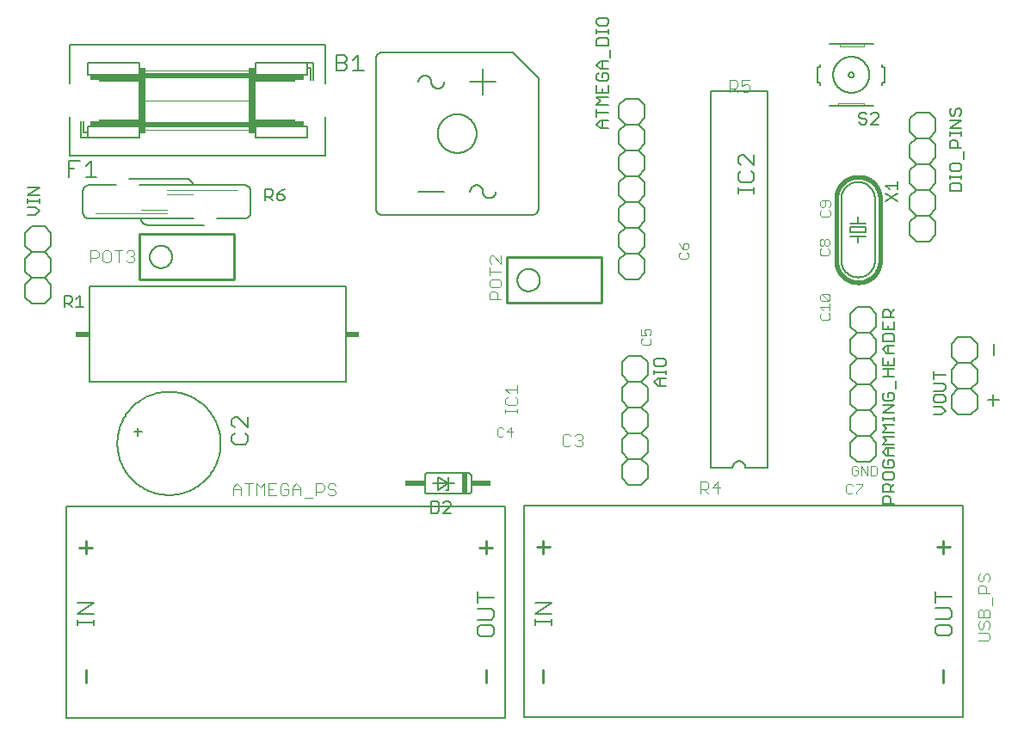
<source format=gto>
G75*
%MOIN*%
%OFA0B0*%
%FSLAX25Y25*%
%IPPOS*%
%LPD*%
%AMOC8*
5,1,8,0,0,1.08239X$1,22.5*
%
%ADD10C,0.00300*%
%ADD11C,0.00600*%
%ADD12C,0.00700*%
%ADD13C,0.00400*%
%ADD14R,0.02000X0.08000*%
%ADD15R,0.07500X0.02000*%
%ADD16C,0.00500*%
%ADD17C,0.01000*%
%ADD18R,0.05522X0.02400*%
%ADD19C,0.00200*%
%ADD20R,0.02500X0.04500*%
%ADD21R,0.02500X0.16000*%
%ADD22R,0.40000X0.02000*%
%ADD23R,0.15500X0.00500*%
%ADD24R,0.19000X0.02000*%
%ADD25C,0.01600*%
D10*
X0195555Y0121232D02*
X0196172Y0120614D01*
X0197406Y0120614D01*
X0198023Y0121232D01*
X0199238Y0122466D02*
X0201089Y0124318D01*
X0201089Y0120614D01*
X0201707Y0122466D02*
X0199238Y0122466D01*
X0198023Y0123700D02*
X0197406Y0124318D01*
X0196172Y0124318D01*
X0195555Y0123700D01*
X0195555Y0121232D01*
X0251424Y0156898D02*
X0252041Y0156281D01*
X0254510Y0156281D01*
X0255127Y0156898D01*
X0255127Y0158133D01*
X0254510Y0158750D01*
X0254510Y0159964D02*
X0255127Y0160582D01*
X0255127Y0161816D01*
X0254510Y0162433D01*
X0253276Y0162433D01*
X0252658Y0161816D01*
X0252658Y0161199D01*
X0253276Y0159964D01*
X0251424Y0159964D01*
X0251424Y0162433D01*
X0252041Y0158750D02*
X0251424Y0158133D01*
X0251424Y0156898D01*
X0266553Y0189624D02*
X0269022Y0189624D01*
X0269639Y0190241D01*
X0269639Y0191475D01*
X0269022Y0192092D01*
X0269022Y0193307D02*
X0269639Y0193924D01*
X0269639Y0195158D01*
X0269022Y0195776D01*
X0268405Y0195776D01*
X0267787Y0195158D01*
X0267787Y0193307D01*
X0269022Y0193307D01*
X0267787Y0193307D02*
X0266553Y0194541D01*
X0265936Y0195776D01*
X0266553Y0192092D02*
X0265936Y0191475D01*
X0265936Y0190241D01*
X0266553Y0189624D01*
X0320500Y0191698D02*
X0321117Y0191081D01*
X0323586Y0191081D01*
X0324203Y0191698D01*
X0324203Y0192933D01*
X0323586Y0193550D01*
X0323586Y0194764D02*
X0322968Y0194764D01*
X0322351Y0195382D01*
X0322351Y0196616D01*
X0322968Y0197233D01*
X0323586Y0197233D01*
X0324203Y0196616D01*
X0324203Y0195382D01*
X0323586Y0194764D01*
X0322351Y0195382D02*
X0321734Y0194764D01*
X0321117Y0194764D01*
X0320500Y0195382D01*
X0320500Y0196616D01*
X0321117Y0197233D01*
X0321734Y0197233D01*
X0322351Y0196616D01*
X0321117Y0193550D02*
X0320500Y0192933D01*
X0320500Y0191698D01*
X0321411Y0206090D02*
X0323880Y0206090D01*
X0324497Y0206707D01*
X0324497Y0207941D01*
X0323880Y0208559D01*
X0323880Y0209773D02*
X0324497Y0210390D01*
X0324497Y0211624D01*
X0323880Y0212242D01*
X0321411Y0212242D01*
X0320794Y0211624D01*
X0320794Y0210390D01*
X0321411Y0209773D01*
X0322028Y0209773D01*
X0322646Y0210390D01*
X0322646Y0212242D01*
X0321411Y0208559D02*
X0320794Y0207941D01*
X0320794Y0206707D01*
X0321411Y0206090D01*
X0321356Y0175894D02*
X0323825Y0173425D01*
X0324442Y0174042D01*
X0324442Y0175276D01*
X0323825Y0175894D01*
X0321356Y0175894D01*
X0320739Y0175276D01*
X0320739Y0174042D01*
X0321356Y0173425D01*
X0323825Y0173425D01*
X0324442Y0172210D02*
X0324442Y0169742D01*
X0324442Y0170976D02*
X0320739Y0170976D01*
X0321973Y0169742D01*
X0321356Y0168527D02*
X0320739Y0167910D01*
X0320739Y0166676D01*
X0321356Y0166059D01*
X0323825Y0166059D01*
X0324442Y0166676D01*
X0324442Y0167910D01*
X0323825Y0168527D01*
X0333525Y0109354D02*
X0332907Y0108737D01*
X0332907Y0106268D01*
X0333525Y0105651D01*
X0334759Y0105651D01*
X0335376Y0106268D01*
X0335376Y0107503D01*
X0334142Y0107503D01*
X0335376Y0108737D02*
X0334759Y0109354D01*
X0333525Y0109354D01*
X0336591Y0109354D02*
X0339059Y0105651D01*
X0339059Y0109354D01*
X0340274Y0109354D02*
X0342125Y0109354D01*
X0342743Y0108737D01*
X0342743Y0106268D01*
X0342125Y0105651D01*
X0340274Y0105651D01*
X0340274Y0109354D01*
X0336591Y0109354D02*
X0336591Y0105651D01*
X0336946Y0102264D02*
X0334477Y0102264D01*
X0333263Y0101647D02*
X0332646Y0102264D01*
X0331412Y0102264D01*
X0330794Y0101647D01*
X0330794Y0099178D01*
X0331412Y0098561D01*
X0332646Y0098561D01*
X0333263Y0099178D01*
X0334477Y0099178D02*
X0334477Y0098561D01*
X0334477Y0099178D02*
X0336946Y0101647D01*
X0336946Y0102264D01*
D11*
X0334858Y0110890D02*
X0332358Y0113390D01*
X0332358Y0118390D01*
X0334858Y0120890D01*
X0332358Y0123390D01*
X0332358Y0128390D01*
X0334858Y0130890D01*
X0332358Y0133390D01*
X0332358Y0138390D01*
X0334858Y0140890D01*
X0332358Y0143390D01*
X0332358Y0148390D01*
X0334858Y0150890D01*
X0332358Y0153390D01*
X0332358Y0158390D01*
X0334858Y0160890D01*
X0332358Y0163390D01*
X0332358Y0168390D01*
X0334858Y0170890D01*
X0339858Y0170890D01*
X0342358Y0168390D01*
X0342358Y0163390D01*
X0339858Y0160890D01*
X0342358Y0158390D01*
X0342358Y0153390D01*
X0339858Y0150890D01*
X0334858Y0150890D01*
X0339858Y0150890D02*
X0342358Y0148390D01*
X0342358Y0143390D01*
X0339858Y0140890D01*
X0342358Y0138390D01*
X0342358Y0133390D01*
X0339858Y0130890D01*
X0342358Y0128390D01*
X0342358Y0123390D01*
X0339858Y0120890D01*
X0342358Y0118390D01*
X0342358Y0113390D01*
X0339858Y0110890D01*
X0334858Y0110890D01*
X0334858Y0120890D02*
X0339858Y0120890D01*
X0339858Y0130890D02*
X0334858Y0130890D01*
X0334858Y0140890D02*
X0339858Y0140890D01*
X0339858Y0160890D02*
X0334858Y0160890D01*
X0371616Y0156741D02*
X0371616Y0151741D01*
X0374116Y0149241D01*
X0379116Y0149241D01*
X0381616Y0151741D01*
X0381616Y0156741D01*
X0379116Y0159241D01*
X0374116Y0159241D01*
X0371616Y0156741D01*
X0374116Y0149241D02*
X0371616Y0146741D01*
X0371616Y0141741D01*
X0374116Y0139241D01*
X0379116Y0139241D01*
X0381616Y0141741D01*
X0381616Y0146741D01*
X0379116Y0149241D01*
X0388053Y0152337D02*
X0388053Y0156607D01*
X0379116Y0139241D02*
X0381616Y0136741D01*
X0381616Y0131741D01*
X0379116Y0129241D01*
X0374116Y0129241D01*
X0371616Y0131741D01*
X0371616Y0136741D01*
X0374116Y0139241D01*
X0385656Y0134791D02*
X0389926Y0134791D01*
X0387791Y0132656D02*
X0387791Y0136927D01*
X0341888Y0188945D02*
X0341888Y0212945D01*
X0341886Y0213105D01*
X0341880Y0213264D01*
X0341870Y0213423D01*
X0341857Y0213582D01*
X0341839Y0213741D01*
X0341818Y0213899D01*
X0341792Y0214056D01*
X0341763Y0214213D01*
X0341730Y0214369D01*
X0341693Y0214524D01*
X0341653Y0214679D01*
X0341608Y0214832D01*
X0341560Y0214984D01*
X0341508Y0215135D01*
X0341452Y0215284D01*
X0341393Y0215432D01*
X0341330Y0215579D01*
X0341264Y0215724D01*
X0341194Y0215867D01*
X0341120Y0216009D01*
X0341044Y0216149D01*
X0340963Y0216287D01*
X0340880Y0216422D01*
X0340793Y0216556D01*
X0340702Y0216688D01*
X0340609Y0216817D01*
X0340512Y0216944D01*
X0340413Y0217069D01*
X0340310Y0217191D01*
X0340204Y0217310D01*
X0340096Y0217427D01*
X0339984Y0217541D01*
X0339870Y0217653D01*
X0339753Y0217761D01*
X0339634Y0217867D01*
X0339512Y0217970D01*
X0339387Y0218069D01*
X0339260Y0218166D01*
X0339131Y0218259D01*
X0338999Y0218350D01*
X0338865Y0218437D01*
X0338730Y0218520D01*
X0338592Y0218601D01*
X0338452Y0218677D01*
X0338310Y0218751D01*
X0338167Y0218821D01*
X0338022Y0218887D01*
X0337875Y0218950D01*
X0337727Y0219009D01*
X0337578Y0219065D01*
X0337427Y0219117D01*
X0337275Y0219165D01*
X0337122Y0219210D01*
X0336967Y0219250D01*
X0336812Y0219287D01*
X0336656Y0219320D01*
X0336499Y0219349D01*
X0336342Y0219375D01*
X0336184Y0219396D01*
X0336025Y0219414D01*
X0335866Y0219427D01*
X0335707Y0219437D01*
X0335548Y0219443D01*
X0335388Y0219445D01*
X0335228Y0219443D01*
X0335069Y0219437D01*
X0334910Y0219427D01*
X0334751Y0219414D01*
X0334592Y0219396D01*
X0334434Y0219375D01*
X0334277Y0219349D01*
X0334120Y0219320D01*
X0333964Y0219287D01*
X0333809Y0219250D01*
X0333654Y0219210D01*
X0333501Y0219165D01*
X0333349Y0219117D01*
X0333198Y0219065D01*
X0333049Y0219009D01*
X0332901Y0218950D01*
X0332754Y0218887D01*
X0332609Y0218821D01*
X0332466Y0218751D01*
X0332324Y0218677D01*
X0332184Y0218601D01*
X0332046Y0218520D01*
X0331911Y0218437D01*
X0331777Y0218350D01*
X0331645Y0218259D01*
X0331516Y0218166D01*
X0331389Y0218069D01*
X0331264Y0217970D01*
X0331142Y0217867D01*
X0331023Y0217761D01*
X0330906Y0217653D01*
X0330792Y0217541D01*
X0330680Y0217427D01*
X0330572Y0217310D01*
X0330466Y0217191D01*
X0330363Y0217069D01*
X0330264Y0216944D01*
X0330167Y0216817D01*
X0330074Y0216688D01*
X0329983Y0216556D01*
X0329896Y0216422D01*
X0329813Y0216287D01*
X0329732Y0216149D01*
X0329656Y0216009D01*
X0329582Y0215867D01*
X0329512Y0215724D01*
X0329446Y0215579D01*
X0329383Y0215432D01*
X0329324Y0215284D01*
X0329268Y0215135D01*
X0329216Y0214984D01*
X0329168Y0214832D01*
X0329123Y0214679D01*
X0329083Y0214524D01*
X0329046Y0214369D01*
X0329013Y0214213D01*
X0328984Y0214056D01*
X0328958Y0213899D01*
X0328937Y0213741D01*
X0328919Y0213582D01*
X0328906Y0213423D01*
X0328896Y0213264D01*
X0328890Y0213105D01*
X0328888Y0212945D01*
X0328888Y0188945D01*
X0328890Y0188785D01*
X0328896Y0188626D01*
X0328906Y0188467D01*
X0328919Y0188308D01*
X0328937Y0188149D01*
X0328958Y0187991D01*
X0328984Y0187834D01*
X0329013Y0187677D01*
X0329046Y0187521D01*
X0329083Y0187366D01*
X0329123Y0187211D01*
X0329168Y0187058D01*
X0329216Y0186906D01*
X0329268Y0186755D01*
X0329324Y0186606D01*
X0329383Y0186458D01*
X0329446Y0186311D01*
X0329512Y0186166D01*
X0329582Y0186023D01*
X0329656Y0185881D01*
X0329732Y0185741D01*
X0329813Y0185603D01*
X0329896Y0185468D01*
X0329983Y0185334D01*
X0330074Y0185202D01*
X0330167Y0185073D01*
X0330264Y0184946D01*
X0330363Y0184821D01*
X0330466Y0184699D01*
X0330572Y0184580D01*
X0330680Y0184463D01*
X0330792Y0184349D01*
X0330906Y0184237D01*
X0331023Y0184129D01*
X0331142Y0184023D01*
X0331264Y0183920D01*
X0331389Y0183821D01*
X0331516Y0183724D01*
X0331645Y0183631D01*
X0331777Y0183540D01*
X0331911Y0183453D01*
X0332046Y0183370D01*
X0332184Y0183289D01*
X0332324Y0183213D01*
X0332466Y0183139D01*
X0332609Y0183069D01*
X0332754Y0183003D01*
X0332901Y0182940D01*
X0333049Y0182881D01*
X0333198Y0182825D01*
X0333349Y0182773D01*
X0333501Y0182725D01*
X0333654Y0182680D01*
X0333809Y0182640D01*
X0333964Y0182603D01*
X0334120Y0182570D01*
X0334277Y0182541D01*
X0334434Y0182515D01*
X0334592Y0182494D01*
X0334751Y0182476D01*
X0334910Y0182463D01*
X0335069Y0182453D01*
X0335228Y0182447D01*
X0335388Y0182445D01*
X0335548Y0182447D01*
X0335707Y0182453D01*
X0335866Y0182463D01*
X0336025Y0182476D01*
X0336184Y0182494D01*
X0336342Y0182515D01*
X0336499Y0182541D01*
X0336656Y0182570D01*
X0336812Y0182603D01*
X0336967Y0182640D01*
X0337122Y0182680D01*
X0337275Y0182725D01*
X0337427Y0182773D01*
X0337578Y0182825D01*
X0337727Y0182881D01*
X0337875Y0182940D01*
X0338022Y0183003D01*
X0338167Y0183069D01*
X0338310Y0183139D01*
X0338452Y0183213D01*
X0338592Y0183289D01*
X0338730Y0183370D01*
X0338865Y0183453D01*
X0338999Y0183540D01*
X0339131Y0183631D01*
X0339260Y0183724D01*
X0339387Y0183821D01*
X0339512Y0183920D01*
X0339634Y0184023D01*
X0339753Y0184129D01*
X0339870Y0184237D01*
X0339984Y0184349D01*
X0340096Y0184463D01*
X0340204Y0184580D01*
X0340310Y0184699D01*
X0340413Y0184821D01*
X0340512Y0184946D01*
X0340609Y0185073D01*
X0340702Y0185202D01*
X0340793Y0185334D01*
X0340880Y0185468D01*
X0340963Y0185603D01*
X0341044Y0185741D01*
X0341120Y0185881D01*
X0341194Y0186023D01*
X0341264Y0186166D01*
X0341330Y0186311D01*
X0341393Y0186458D01*
X0341452Y0186606D01*
X0341508Y0186755D01*
X0341560Y0186906D01*
X0341608Y0187058D01*
X0341653Y0187211D01*
X0341693Y0187366D01*
X0341730Y0187521D01*
X0341763Y0187677D01*
X0341792Y0187834D01*
X0341818Y0187991D01*
X0341839Y0188149D01*
X0341857Y0188308D01*
X0341870Y0188467D01*
X0341880Y0188626D01*
X0341886Y0188785D01*
X0341888Y0188945D01*
X0335388Y0195945D02*
X0335388Y0198445D01*
X0332388Y0198445D01*
X0332388Y0199945D02*
X0332388Y0201945D01*
X0338388Y0201945D01*
X0338388Y0199945D01*
X0332388Y0199945D01*
X0335388Y0198445D02*
X0338388Y0198445D01*
X0338388Y0203445D02*
X0335388Y0203445D01*
X0335388Y0205945D01*
X0335388Y0203445D02*
X0332388Y0203445D01*
X0355356Y0203789D02*
X0355356Y0198789D01*
X0357856Y0196289D01*
X0362856Y0196289D01*
X0365356Y0198789D01*
X0365356Y0203789D01*
X0362856Y0206289D01*
X0365356Y0208789D01*
X0365356Y0213789D01*
X0362856Y0216289D01*
X0357856Y0216289D01*
X0355356Y0213789D01*
X0355356Y0208789D01*
X0357856Y0206289D01*
X0362856Y0206289D01*
X0357856Y0206289D02*
X0355356Y0203789D01*
X0357856Y0216289D02*
X0355356Y0218789D01*
X0355356Y0223789D01*
X0357856Y0226289D01*
X0355356Y0228789D01*
X0355356Y0233789D01*
X0357856Y0236289D01*
X0355356Y0238789D01*
X0355356Y0243789D01*
X0357856Y0246289D01*
X0362856Y0246289D01*
X0365356Y0243789D01*
X0365356Y0238789D01*
X0362856Y0236289D01*
X0365356Y0233789D01*
X0365356Y0228789D01*
X0362856Y0226289D01*
X0365356Y0223789D01*
X0365356Y0218789D01*
X0362856Y0216289D01*
X0362856Y0226289D02*
X0357856Y0226289D01*
X0357856Y0236289D02*
X0362856Y0236289D01*
X0341225Y0248988D02*
X0337725Y0248988D01*
X0327725Y0248988D01*
X0324225Y0248988D01*
X0320725Y0256988D02*
X0320725Y0257988D01*
X0319725Y0257988D01*
X0319725Y0263988D01*
X0320725Y0263988D01*
X0320725Y0264988D01*
X0324225Y0272988D02*
X0328225Y0272988D01*
X0337725Y0272988D01*
X0341225Y0272988D01*
X0344725Y0264988D02*
X0344725Y0263988D01*
X0345725Y0263988D01*
X0345725Y0257988D01*
X0344725Y0257988D01*
X0344725Y0256988D01*
X0331725Y0260988D02*
X0331727Y0261051D01*
X0331733Y0261113D01*
X0331743Y0261175D01*
X0331756Y0261237D01*
X0331774Y0261297D01*
X0331795Y0261356D01*
X0331820Y0261414D01*
X0331849Y0261470D01*
X0331881Y0261524D01*
X0331916Y0261576D01*
X0331954Y0261625D01*
X0331996Y0261673D01*
X0332040Y0261717D01*
X0332088Y0261759D01*
X0332137Y0261797D01*
X0332189Y0261832D01*
X0332243Y0261864D01*
X0332299Y0261893D01*
X0332357Y0261918D01*
X0332416Y0261939D01*
X0332476Y0261957D01*
X0332538Y0261970D01*
X0332600Y0261980D01*
X0332662Y0261986D01*
X0332725Y0261988D01*
X0332788Y0261986D01*
X0332850Y0261980D01*
X0332912Y0261970D01*
X0332974Y0261957D01*
X0333034Y0261939D01*
X0333093Y0261918D01*
X0333151Y0261893D01*
X0333207Y0261864D01*
X0333261Y0261832D01*
X0333313Y0261797D01*
X0333362Y0261759D01*
X0333410Y0261717D01*
X0333454Y0261673D01*
X0333496Y0261625D01*
X0333534Y0261576D01*
X0333569Y0261524D01*
X0333601Y0261470D01*
X0333630Y0261414D01*
X0333655Y0261356D01*
X0333676Y0261297D01*
X0333694Y0261237D01*
X0333707Y0261175D01*
X0333717Y0261113D01*
X0333723Y0261051D01*
X0333725Y0260988D01*
X0333723Y0260925D01*
X0333717Y0260863D01*
X0333707Y0260801D01*
X0333694Y0260739D01*
X0333676Y0260679D01*
X0333655Y0260620D01*
X0333630Y0260562D01*
X0333601Y0260506D01*
X0333569Y0260452D01*
X0333534Y0260400D01*
X0333496Y0260351D01*
X0333454Y0260303D01*
X0333410Y0260259D01*
X0333362Y0260217D01*
X0333313Y0260179D01*
X0333261Y0260144D01*
X0333207Y0260112D01*
X0333151Y0260083D01*
X0333093Y0260058D01*
X0333034Y0260037D01*
X0332974Y0260019D01*
X0332912Y0260006D01*
X0332850Y0259996D01*
X0332788Y0259990D01*
X0332725Y0259988D01*
X0332662Y0259990D01*
X0332600Y0259996D01*
X0332538Y0260006D01*
X0332476Y0260019D01*
X0332416Y0260037D01*
X0332357Y0260058D01*
X0332299Y0260083D01*
X0332243Y0260112D01*
X0332189Y0260144D01*
X0332137Y0260179D01*
X0332088Y0260217D01*
X0332040Y0260259D01*
X0331996Y0260303D01*
X0331954Y0260351D01*
X0331916Y0260400D01*
X0331881Y0260452D01*
X0331849Y0260506D01*
X0331820Y0260562D01*
X0331795Y0260620D01*
X0331774Y0260679D01*
X0331756Y0260739D01*
X0331743Y0260801D01*
X0331733Y0260863D01*
X0331727Y0260925D01*
X0331725Y0260988D01*
X0325725Y0260988D02*
X0325727Y0261160D01*
X0325733Y0261331D01*
X0325744Y0261503D01*
X0325759Y0261674D01*
X0325778Y0261845D01*
X0325801Y0262015D01*
X0325828Y0262185D01*
X0325860Y0262354D01*
X0325895Y0262522D01*
X0325935Y0262689D01*
X0325979Y0262855D01*
X0326026Y0263020D01*
X0326078Y0263184D01*
X0326134Y0263346D01*
X0326194Y0263507D01*
X0326258Y0263667D01*
X0326326Y0263825D01*
X0326397Y0263981D01*
X0326472Y0264135D01*
X0326552Y0264288D01*
X0326634Y0264438D01*
X0326721Y0264587D01*
X0326811Y0264733D01*
X0326905Y0264877D01*
X0327002Y0265019D01*
X0327103Y0265158D01*
X0327207Y0265295D01*
X0327314Y0265429D01*
X0327425Y0265560D01*
X0327538Y0265689D01*
X0327655Y0265815D01*
X0327775Y0265938D01*
X0327898Y0266058D01*
X0328024Y0266175D01*
X0328153Y0266288D01*
X0328284Y0266399D01*
X0328418Y0266506D01*
X0328555Y0266610D01*
X0328694Y0266711D01*
X0328836Y0266808D01*
X0328980Y0266902D01*
X0329126Y0266992D01*
X0329275Y0267079D01*
X0329425Y0267161D01*
X0329578Y0267241D01*
X0329732Y0267316D01*
X0329888Y0267387D01*
X0330046Y0267455D01*
X0330206Y0267519D01*
X0330367Y0267579D01*
X0330529Y0267635D01*
X0330693Y0267687D01*
X0330858Y0267734D01*
X0331024Y0267778D01*
X0331191Y0267818D01*
X0331359Y0267853D01*
X0331528Y0267885D01*
X0331698Y0267912D01*
X0331868Y0267935D01*
X0332039Y0267954D01*
X0332210Y0267969D01*
X0332382Y0267980D01*
X0332553Y0267986D01*
X0332725Y0267988D01*
X0332897Y0267986D01*
X0333068Y0267980D01*
X0333240Y0267969D01*
X0333411Y0267954D01*
X0333582Y0267935D01*
X0333752Y0267912D01*
X0333922Y0267885D01*
X0334091Y0267853D01*
X0334259Y0267818D01*
X0334426Y0267778D01*
X0334592Y0267734D01*
X0334757Y0267687D01*
X0334921Y0267635D01*
X0335083Y0267579D01*
X0335244Y0267519D01*
X0335404Y0267455D01*
X0335562Y0267387D01*
X0335718Y0267316D01*
X0335872Y0267241D01*
X0336025Y0267161D01*
X0336175Y0267079D01*
X0336324Y0266992D01*
X0336470Y0266902D01*
X0336614Y0266808D01*
X0336756Y0266711D01*
X0336895Y0266610D01*
X0337032Y0266506D01*
X0337166Y0266399D01*
X0337297Y0266288D01*
X0337426Y0266175D01*
X0337552Y0266058D01*
X0337675Y0265938D01*
X0337795Y0265815D01*
X0337912Y0265689D01*
X0338025Y0265560D01*
X0338136Y0265429D01*
X0338243Y0265295D01*
X0338347Y0265158D01*
X0338448Y0265019D01*
X0338545Y0264877D01*
X0338639Y0264733D01*
X0338729Y0264587D01*
X0338816Y0264438D01*
X0338898Y0264288D01*
X0338978Y0264135D01*
X0339053Y0263981D01*
X0339124Y0263825D01*
X0339192Y0263667D01*
X0339256Y0263507D01*
X0339316Y0263346D01*
X0339372Y0263184D01*
X0339424Y0263020D01*
X0339471Y0262855D01*
X0339515Y0262689D01*
X0339555Y0262522D01*
X0339590Y0262354D01*
X0339622Y0262185D01*
X0339649Y0262015D01*
X0339672Y0261845D01*
X0339691Y0261674D01*
X0339706Y0261503D01*
X0339717Y0261331D01*
X0339723Y0261160D01*
X0339725Y0260988D01*
X0339723Y0260816D01*
X0339717Y0260645D01*
X0339706Y0260473D01*
X0339691Y0260302D01*
X0339672Y0260131D01*
X0339649Y0259961D01*
X0339622Y0259791D01*
X0339590Y0259622D01*
X0339555Y0259454D01*
X0339515Y0259287D01*
X0339471Y0259121D01*
X0339424Y0258956D01*
X0339372Y0258792D01*
X0339316Y0258630D01*
X0339256Y0258469D01*
X0339192Y0258309D01*
X0339124Y0258151D01*
X0339053Y0257995D01*
X0338978Y0257841D01*
X0338898Y0257688D01*
X0338816Y0257538D01*
X0338729Y0257389D01*
X0338639Y0257243D01*
X0338545Y0257099D01*
X0338448Y0256957D01*
X0338347Y0256818D01*
X0338243Y0256681D01*
X0338136Y0256547D01*
X0338025Y0256416D01*
X0337912Y0256287D01*
X0337795Y0256161D01*
X0337675Y0256038D01*
X0337552Y0255918D01*
X0337426Y0255801D01*
X0337297Y0255688D01*
X0337166Y0255577D01*
X0337032Y0255470D01*
X0336895Y0255366D01*
X0336756Y0255265D01*
X0336614Y0255168D01*
X0336470Y0255074D01*
X0336324Y0254984D01*
X0336175Y0254897D01*
X0336025Y0254815D01*
X0335872Y0254735D01*
X0335718Y0254660D01*
X0335562Y0254589D01*
X0335404Y0254521D01*
X0335244Y0254457D01*
X0335083Y0254397D01*
X0334921Y0254341D01*
X0334757Y0254289D01*
X0334592Y0254242D01*
X0334426Y0254198D01*
X0334259Y0254158D01*
X0334091Y0254123D01*
X0333922Y0254091D01*
X0333752Y0254064D01*
X0333582Y0254041D01*
X0333411Y0254022D01*
X0333240Y0254007D01*
X0333068Y0253996D01*
X0332897Y0253990D01*
X0332725Y0253988D01*
X0332553Y0253990D01*
X0332382Y0253996D01*
X0332210Y0254007D01*
X0332039Y0254022D01*
X0331868Y0254041D01*
X0331698Y0254064D01*
X0331528Y0254091D01*
X0331359Y0254123D01*
X0331191Y0254158D01*
X0331024Y0254198D01*
X0330858Y0254242D01*
X0330693Y0254289D01*
X0330529Y0254341D01*
X0330367Y0254397D01*
X0330206Y0254457D01*
X0330046Y0254521D01*
X0329888Y0254589D01*
X0329732Y0254660D01*
X0329578Y0254735D01*
X0329425Y0254815D01*
X0329275Y0254897D01*
X0329126Y0254984D01*
X0328980Y0255074D01*
X0328836Y0255168D01*
X0328694Y0255265D01*
X0328555Y0255366D01*
X0328418Y0255470D01*
X0328284Y0255577D01*
X0328153Y0255688D01*
X0328024Y0255801D01*
X0327898Y0255918D01*
X0327775Y0256038D01*
X0327655Y0256161D01*
X0327538Y0256287D01*
X0327425Y0256416D01*
X0327314Y0256547D01*
X0327207Y0256681D01*
X0327103Y0256818D01*
X0327002Y0256957D01*
X0326905Y0257099D01*
X0326811Y0257243D01*
X0326721Y0257389D01*
X0326634Y0257538D01*
X0326552Y0257688D01*
X0326472Y0257841D01*
X0326397Y0257995D01*
X0326326Y0258151D01*
X0326258Y0258309D01*
X0326194Y0258469D01*
X0326134Y0258630D01*
X0326078Y0258792D01*
X0326026Y0258956D01*
X0325979Y0259121D01*
X0325935Y0259287D01*
X0325895Y0259454D01*
X0325860Y0259622D01*
X0325828Y0259791D01*
X0325801Y0259961D01*
X0325778Y0260131D01*
X0325759Y0260302D01*
X0325744Y0260473D01*
X0325733Y0260645D01*
X0325727Y0260816D01*
X0325725Y0260988D01*
X0300264Y0254694D02*
X0278264Y0254694D01*
X0278264Y0108694D01*
X0286764Y0108694D01*
X0286766Y0108792D01*
X0286772Y0108890D01*
X0286781Y0108988D01*
X0286795Y0109085D01*
X0286812Y0109182D01*
X0286833Y0109278D01*
X0286858Y0109373D01*
X0286886Y0109467D01*
X0286919Y0109559D01*
X0286954Y0109651D01*
X0286994Y0109741D01*
X0287036Y0109829D01*
X0287083Y0109916D01*
X0287132Y0110000D01*
X0287185Y0110083D01*
X0287241Y0110163D01*
X0287301Y0110242D01*
X0287363Y0110318D01*
X0287428Y0110391D01*
X0287496Y0110462D01*
X0287567Y0110530D01*
X0287640Y0110595D01*
X0287716Y0110657D01*
X0287795Y0110717D01*
X0287875Y0110773D01*
X0287958Y0110826D01*
X0288042Y0110875D01*
X0288129Y0110922D01*
X0288217Y0110964D01*
X0288307Y0111004D01*
X0288399Y0111039D01*
X0288491Y0111072D01*
X0288585Y0111100D01*
X0288680Y0111125D01*
X0288776Y0111146D01*
X0288873Y0111163D01*
X0288970Y0111177D01*
X0289068Y0111186D01*
X0289166Y0111192D01*
X0289264Y0111194D01*
X0289362Y0111192D01*
X0289460Y0111186D01*
X0289558Y0111177D01*
X0289655Y0111163D01*
X0289752Y0111146D01*
X0289848Y0111125D01*
X0289943Y0111100D01*
X0290037Y0111072D01*
X0290129Y0111039D01*
X0290221Y0111004D01*
X0290311Y0110964D01*
X0290399Y0110922D01*
X0290486Y0110875D01*
X0290570Y0110826D01*
X0290653Y0110773D01*
X0290733Y0110717D01*
X0290812Y0110657D01*
X0290888Y0110595D01*
X0290961Y0110530D01*
X0291032Y0110462D01*
X0291100Y0110391D01*
X0291165Y0110318D01*
X0291227Y0110242D01*
X0291287Y0110163D01*
X0291343Y0110083D01*
X0291396Y0110000D01*
X0291445Y0109916D01*
X0291492Y0109829D01*
X0291534Y0109741D01*
X0291574Y0109651D01*
X0291609Y0109559D01*
X0291642Y0109467D01*
X0291670Y0109373D01*
X0291695Y0109278D01*
X0291716Y0109182D01*
X0291733Y0109085D01*
X0291747Y0108988D01*
X0291756Y0108890D01*
X0291762Y0108792D01*
X0291764Y0108694D01*
X0300264Y0108694D01*
X0300264Y0254694D01*
X0252699Y0249234D02*
X0252699Y0244234D01*
X0250199Y0241734D01*
X0252699Y0239234D01*
X0252699Y0234234D01*
X0250199Y0231734D01*
X0245199Y0231734D01*
X0242699Y0234234D01*
X0242699Y0239234D01*
X0245199Y0241734D01*
X0242699Y0244234D01*
X0242699Y0249234D01*
X0245199Y0251734D01*
X0250199Y0251734D01*
X0252699Y0249234D01*
X0250199Y0241734D02*
X0245199Y0241734D01*
X0245199Y0231734D02*
X0242699Y0229234D01*
X0242699Y0224234D01*
X0245199Y0221734D01*
X0242699Y0219234D01*
X0242699Y0214234D01*
X0245199Y0211734D01*
X0242699Y0209234D01*
X0242699Y0204234D01*
X0245199Y0201734D01*
X0250199Y0201734D01*
X0252699Y0204234D01*
X0252699Y0209234D01*
X0250199Y0211734D01*
X0245199Y0211734D01*
X0250199Y0211734D02*
X0252699Y0214234D01*
X0252699Y0219234D01*
X0250199Y0221734D01*
X0245199Y0221734D01*
X0250199Y0221734D02*
X0252699Y0224234D01*
X0252699Y0229234D01*
X0250199Y0231734D01*
X0211558Y0209178D02*
X0211558Y0259678D01*
X0201558Y0269678D01*
X0151058Y0269678D01*
X0150960Y0269676D01*
X0150862Y0269670D01*
X0150764Y0269661D01*
X0150667Y0269647D01*
X0150570Y0269630D01*
X0150474Y0269609D01*
X0150379Y0269584D01*
X0150285Y0269556D01*
X0150193Y0269523D01*
X0150101Y0269488D01*
X0150011Y0269448D01*
X0149923Y0269406D01*
X0149836Y0269359D01*
X0149752Y0269310D01*
X0149669Y0269257D01*
X0149589Y0269201D01*
X0149510Y0269141D01*
X0149434Y0269079D01*
X0149361Y0269014D01*
X0149290Y0268946D01*
X0149222Y0268875D01*
X0149157Y0268802D01*
X0149095Y0268726D01*
X0149035Y0268647D01*
X0148979Y0268567D01*
X0148926Y0268484D01*
X0148877Y0268400D01*
X0148830Y0268313D01*
X0148788Y0268225D01*
X0148748Y0268135D01*
X0148713Y0268043D01*
X0148680Y0267951D01*
X0148652Y0267857D01*
X0148627Y0267762D01*
X0148606Y0267666D01*
X0148589Y0267569D01*
X0148575Y0267472D01*
X0148566Y0267374D01*
X0148560Y0267276D01*
X0148558Y0267178D01*
X0148558Y0209178D01*
X0148560Y0209080D01*
X0148566Y0208982D01*
X0148575Y0208884D01*
X0148589Y0208787D01*
X0148606Y0208690D01*
X0148627Y0208594D01*
X0148652Y0208499D01*
X0148680Y0208405D01*
X0148713Y0208313D01*
X0148748Y0208221D01*
X0148788Y0208131D01*
X0148830Y0208043D01*
X0148877Y0207956D01*
X0148926Y0207872D01*
X0148979Y0207789D01*
X0149035Y0207709D01*
X0149095Y0207630D01*
X0149157Y0207554D01*
X0149222Y0207481D01*
X0149290Y0207410D01*
X0149361Y0207342D01*
X0149434Y0207277D01*
X0149510Y0207215D01*
X0149589Y0207155D01*
X0149669Y0207099D01*
X0149752Y0207046D01*
X0149836Y0206997D01*
X0149923Y0206950D01*
X0150011Y0206908D01*
X0150101Y0206868D01*
X0150193Y0206833D01*
X0150285Y0206800D01*
X0150379Y0206772D01*
X0150474Y0206747D01*
X0150570Y0206726D01*
X0150667Y0206709D01*
X0150764Y0206695D01*
X0150862Y0206686D01*
X0150960Y0206680D01*
X0151058Y0206678D01*
X0209058Y0206678D01*
X0209156Y0206680D01*
X0209254Y0206686D01*
X0209352Y0206695D01*
X0209449Y0206709D01*
X0209546Y0206726D01*
X0209642Y0206747D01*
X0209737Y0206772D01*
X0209831Y0206800D01*
X0209923Y0206833D01*
X0210015Y0206868D01*
X0210105Y0206908D01*
X0210193Y0206950D01*
X0210280Y0206997D01*
X0210364Y0207046D01*
X0210447Y0207099D01*
X0210527Y0207155D01*
X0210606Y0207215D01*
X0210682Y0207277D01*
X0210755Y0207342D01*
X0210826Y0207410D01*
X0210894Y0207481D01*
X0210959Y0207554D01*
X0211021Y0207630D01*
X0211081Y0207709D01*
X0211137Y0207789D01*
X0211190Y0207872D01*
X0211239Y0207956D01*
X0211286Y0208043D01*
X0211328Y0208131D01*
X0211368Y0208221D01*
X0211403Y0208313D01*
X0211436Y0208405D01*
X0211464Y0208499D01*
X0211489Y0208594D01*
X0211510Y0208690D01*
X0211527Y0208787D01*
X0211541Y0208884D01*
X0211550Y0208982D01*
X0211556Y0209080D01*
X0211558Y0209178D01*
X0195058Y0215678D02*
X0195056Y0215580D01*
X0195050Y0215482D01*
X0195041Y0215384D01*
X0195027Y0215287D01*
X0195010Y0215190D01*
X0194989Y0215094D01*
X0194964Y0214999D01*
X0194936Y0214905D01*
X0194903Y0214813D01*
X0194868Y0214721D01*
X0194828Y0214631D01*
X0194786Y0214543D01*
X0194739Y0214456D01*
X0194690Y0214372D01*
X0194637Y0214289D01*
X0194581Y0214209D01*
X0194521Y0214130D01*
X0194459Y0214054D01*
X0194394Y0213981D01*
X0194326Y0213910D01*
X0194255Y0213842D01*
X0194182Y0213777D01*
X0194106Y0213715D01*
X0194027Y0213655D01*
X0193947Y0213599D01*
X0193864Y0213546D01*
X0193780Y0213497D01*
X0193693Y0213450D01*
X0193605Y0213408D01*
X0193515Y0213368D01*
X0193423Y0213333D01*
X0193331Y0213300D01*
X0193237Y0213272D01*
X0193142Y0213247D01*
X0193046Y0213226D01*
X0192949Y0213209D01*
X0192852Y0213195D01*
X0192754Y0213186D01*
X0192656Y0213180D01*
X0192558Y0213178D01*
X0192460Y0213180D01*
X0192362Y0213186D01*
X0192264Y0213195D01*
X0192167Y0213209D01*
X0192070Y0213226D01*
X0191974Y0213247D01*
X0191879Y0213272D01*
X0191785Y0213300D01*
X0191693Y0213333D01*
X0191601Y0213368D01*
X0191511Y0213408D01*
X0191423Y0213450D01*
X0191336Y0213497D01*
X0191252Y0213546D01*
X0191169Y0213599D01*
X0191089Y0213655D01*
X0191010Y0213715D01*
X0190934Y0213777D01*
X0190861Y0213842D01*
X0190790Y0213910D01*
X0190722Y0213981D01*
X0190657Y0214054D01*
X0190595Y0214130D01*
X0190535Y0214209D01*
X0190479Y0214289D01*
X0190426Y0214372D01*
X0190377Y0214456D01*
X0190330Y0214543D01*
X0190288Y0214631D01*
X0190248Y0214721D01*
X0190213Y0214813D01*
X0190180Y0214905D01*
X0190152Y0214999D01*
X0190127Y0215094D01*
X0190106Y0215190D01*
X0190089Y0215287D01*
X0190075Y0215384D01*
X0190066Y0215482D01*
X0190060Y0215580D01*
X0190058Y0215678D01*
X0190056Y0215776D01*
X0190050Y0215874D01*
X0190041Y0215972D01*
X0190027Y0216069D01*
X0190010Y0216166D01*
X0189989Y0216262D01*
X0189964Y0216357D01*
X0189936Y0216451D01*
X0189903Y0216543D01*
X0189868Y0216635D01*
X0189828Y0216725D01*
X0189786Y0216813D01*
X0189739Y0216900D01*
X0189690Y0216984D01*
X0189637Y0217067D01*
X0189581Y0217147D01*
X0189521Y0217226D01*
X0189459Y0217302D01*
X0189394Y0217375D01*
X0189326Y0217446D01*
X0189255Y0217514D01*
X0189182Y0217579D01*
X0189106Y0217641D01*
X0189027Y0217701D01*
X0188947Y0217757D01*
X0188864Y0217810D01*
X0188780Y0217859D01*
X0188693Y0217906D01*
X0188605Y0217948D01*
X0188515Y0217988D01*
X0188423Y0218023D01*
X0188331Y0218056D01*
X0188237Y0218084D01*
X0188142Y0218109D01*
X0188046Y0218130D01*
X0187949Y0218147D01*
X0187852Y0218161D01*
X0187754Y0218170D01*
X0187656Y0218176D01*
X0187558Y0218178D01*
X0187460Y0218176D01*
X0187362Y0218170D01*
X0187264Y0218161D01*
X0187167Y0218147D01*
X0187070Y0218130D01*
X0186974Y0218109D01*
X0186879Y0218084D01*
X0186785Y0218056D01*
X0186693Y0218023D01*
X0186601Y0217988D01*
X0186511Y0217948D01*
X0186423Y0217906D01*
X0186336Y0217859D01*
X0186252Y0217810D01*
X0186169Y0217757D01*
X0186089Y0217701D01*
X0186010Y0217641D01*
X0185934Y0217579D01*
X0185861Y0217514D01*
X0185790Y0217446D01*
X0185722Y0217375D01*
X0185657Y0217302D01*
X0185595Y0217226D01*
X0185535Y0217147D01*
X0185479Y0217067D01*
X0185426Y0216984D01*
X0185377Y0216900D01*
X0185330Y0216813D01*
X0185288Y0216725D01*
X0185248Y0216635D01*
X0185213Y0216543D01*
X0185180Y0216451D01*
X0185152Y0216357D01*
X0185127Y0216262D01*
X0185106Y0216166D01*
X0185089Y0216069D01*
X0185075Y0215972D01*
X0185066Y0215874D01*
X0185060Y0215776D01*
X0185058Y0215678D01*
X0175058Y0215678D02*
X0165058Y0215678D01*
X0172558Y0238178D02*
X0172560Y0238362D01*
X0172567Y0238546D01*
X0172578Y0238730D01*
X0172594Y0238913D01*
X0172614Y0239096D01*
X0172639Y0239278D01*
X0172668Y0239460D01*
X0172702Y0239641D01*
X0172740Y0239821D01*
X0172783Y0240000D01*
X0172830Y0240178D01*
X0172881Y0240355D01*
X0172937Y0240531D01*
X0172996Y0240705D01*
X0173061Y0240877D01*
X0173129Y0241048D01*
X0173201Y0241217D01*
X0173278Y0241385D01*
X0173359Y0241550D01*
X0173444Y0241713D01*
X0173532Y0241875D01*
X0173625Y0242034D01*
X0173722Y0242190D01*
X0173822Y0242345D01*
X0173926Y0242497D01*
X0174034Y0242646D01*
X0174145Y0242792D01*
X0174260Y0242936D01*
X0174379Y0243077D01*
X0174501Y0243215D01*
X0174626Y0243350D01*
X0174755Y0243481D01*
X0174886Y0243610D01*
X0175021Y0243735D01*
X0175159Y0243857D01*
X0175300Y0243976D01*
X0175444Y0244091D01*
X0175590Y0244202D01*
X0175739Y0244310D01*
X0175891Y0244414D01*
X0176046Y0244514D01*
X0176202Y0244611D01*
X0176361Y0244704D01*
X0176523Y0244792D01*
X0176686Y0244877D01*
X0176851Y0244958D01*
X0177019Y0245035D01*
X0177188Y0245107D01*
X0177359Y0245175D01*
X0177531Y0245240D01*
X0177705Y0245299D01*
X0177881Y0245355D01*
X0178058Y0245406D01*
X0178236Y0245453D01*
X0178415Y0245496D01*
X0178595Y0245534D01*
X0178776Y0245568D01*
X0178958Y0245597D01*
X0179140Y0245622D01*
X0179323Y0245642D01*
X0179506Y0245658D01*
X0179690Y0245669D01*
X0179874Y0245676D01*
X0180058Y0245678D01*
X0180242Y0245676D01*
X0180426Y0245669D01*
X0180610Y0245658D01*
X0180793Y0245642D01*
X0180976Y0245622D01*
X0181158Y0245597D01*
X0181340Y0245568D01*
X0181521Y0245534D01*
X0181701Y0245496D01*
X0181880Y0245453D01*
X0182058Y0245406D01*
X0182235Y0245355D01*
X0182411Y0245299D01*
X0182585Y0245240D01*
X0182757Y0245175D01*
X0182928Y0245107D01*
X0183097Y0245035D01*
X0183265Y0244958D01*
X0183430Y0244877D01*
X0183593Y0244792D01*
X0183755Y0244704D01*
X0183914Y0244611D01*
X0184070Y0244514D01*
X0184225Y0244414D01*
X0184377Y0244310D01*
X0184526Y0244202D01*
X0184672Y0244091D01*
X0184816Y0243976D01*
X0184957Y0243857D01*
X0185095Y0243735D01*
X0185230Y0243610D01*
X0185361Y0243481D01*
X0185490Y0243350D01*
X0185615Y0243215D01*
X0185737Y0243077D01*
X0185856Y0242936D01*
X0185971Y0242792D01*
X0186082Y0242646D01*
X0186190Y0242497D01*
X0186294Y0242345D01*
X0186394Y0242190D01*
X0186491Y0242034D01*
X0186584Y0241875D01*
X0186672Y0241713D01*
X0186757Y0241550D01*
X0186838Y0241385D01*
X0186915Y0241217D01*
X0186987Y0241048D01*
X0187055Y0240877D01*
X0187120Y0240705D01*
X0187179Y0240531D01*
X0187235Y0240355D01*
X0187286Y0240178D01*
X0187333Y0240000D01*
X0187376Y0239821D01*
X0187414Y0239641D01*
X0187448Y0239460D01*
X0187477Y0239278D01*
X0187502Y0239096D01*
X0187522Y0238913D01*
X0187538Y0238730D01*
X0187549Y0238546D01*
X0187556Y0238362D01*
X0187558Y0238178D01*
X0187556Y0237994D01*
X0187549Y0237810D01*
X0187538Y0237626D01*
X0187522Y0237443D01*
X0187502Y0237260D01*
X0187477Y0237078D01*
X0187448Y0236896D01*
X0187414Y0236715D01*
X0187376Y0236535D01*
X0187333Y0236356D01*
X0187286Y0236178D01*
X0187235Y0236001D01*
X0187179Y0235825D01*
X0187120Y0235651D01*
X0187055Y0235479D01*
X0186987Y0235308D01*
X0186915Y0235139D01*
X0186838Y0234971D01*
X0186757Y0234806D01*
X0186672Y0234643D01*
X0186584Y0234481D01*
X0186491Y0234322D01*
X0186394Y0234166D01*
X0186294Y0234011D01*
X0186190Y0233859D01*
X0186082Y0233710D01*
X0185971Y0233564D01*
X0185856Y0233420D01*
X0185737Y0233279D01*
X0185615Y0233141D01*
X0185490Y0233006D01*
X0185361Y0232875D01*
X0185230Y0232746D01*
X0185095Y0232621D01*
X0184957Y0232499D01*
X0184816Y0232380D01*
X0184672Y0232265D01*
X0184526Y0232154D01*
X0184377Y0232046D01*
X0184225Y0231942D01*
X0184070Y0231842D01*
X0183914Y0231745D01*
X0183755Y0231652D01*
X0183593Y0231564D01*
X0183430Y0231479D01*
X0183265Y0231398D01*
X0183097Y0231321D01*
X0182928Y0231249D01*
X0182757Y0231181D01*
X0182585Y0231116D01*
X0182411Y0231057D01*
X0182235Y0231001D01*
X0182058Y0230950D01*
X0181880Y0230903D01*
X0181701Y0230860D01*
X0181521Y0230822D01*
X0181340Y0230788D01*
X0181158Y0230759D01*
X0180976Y0230734D01*
X0180793Y0230714D01*
X0180610Y0230698D01*
X0180426Y0230687D01*
X0180242Y0230680D01*
X0180058Y0230678D01*
X0179874Y0230680D01*
X0179690Y0230687D01*
X0179506Y0230698D01*
X0179323Y0230714D01*
X0179140Y0230734D01*
X0178958Y0230759D01*
X0178776Y0230788D01*
X0178595Y0230822D01*
X0178415Y0230860D01*
X0178236Y0230903D01*
X0178058Y0230950D01*
X0177881Y0231001D01*
X0177705Y0231057D01*
X0177531Y0231116D01*
X0177359Y0231181D01*
X0177188Y0231249D01*
X0177019Y0231321D01*
X0176851Y0231398D01*
X0176686Y0231479D01*
X0176523Y0231564D01*
X0176361Y0231652D01*
X0176202Y0231745D01*
X0176046Y0231842D01*
X0175891Y0231942D01*
X0175739Y0232046D01*
X0175590Y0232154D01*
X0175444Y0232265D01*
X0175300Y0232380D01*
X0175159Y0232499D01*
X0175021Y0232621D01*
X0174886Y0232746D01*
X0174755Y0232875D01*
X0174626Y0233006D01*
X0174501Y0233141D01*
X0174379Y0233279D01*
X0174260Y0233420D01*
X0174145Y0233564D01*
X0174034Y0233710D01*
X0173926Y0233859D01*
X0173822Y0234011D01*
X0173722Y0234166D01*
X0173625Y0234322D01*
X0173532Y0234481D01*
X0173444Y0234643D01*
X0173359Y0234806D01*
X0173278Y0234971D01*
X0173201Y0235139D01*
X0173129Y0235308D01*
X0173061Y0235479D01*
X0172996Y0235651D01*
X0172937Y0235825D01*
X0172881Y0236001D01*
X0172830Y0236178D01*
X0172783Y0236356D01*
X0172740Y0236535D01*
X0172702Y0236715D01*
X0172668Y0236896D01*
X0172639Y0237078D01*
X0172614Y0237260D01*
X0172594Y0237443D01*
X0172578Y0237626D01*
X0172567Y0237810D01*
X0172560Y0237994D01*
X0172558Y0238178D01*
X0190058Y0253178D02*
X0190058Y0263178D01*
X0185058Y0258178D02*
X0195058Y0258178D01*
X0175058Y0258178D02*
X0175056Y0258080D01*
X0175050Y0257982D01*
X0175041Y0257884D01*
X0175027Y0257787D01*
X0175010Y0257690D01*
X0174989Y0257594D01*
X0174964Y0257499D01*
X0174936Y0257405D01*
X0174903Y0257313D01*
X0174868Y0257221D01*
X0174828Y0257131D01*
X0174786Y0257043D01*
X0174739Y0256956D01*
X0174690Y0256872D01*
X0174637Y0256789D01*
X0174581Y0256709D01*
X0174521Y0256630D01*
X0174459Y0256554D01*
X0174394Y0256481D01*
X0174326Y0256410D01*
X0174255Y0256342D01*
X0174182Y0256277D01*
X0174106Y0256215D01*
X0174027Y0256155D01*
X0173947Y0256099D01*
X0173864Y0256046D01*
X0173780Y0255997D01*
X0173693Y0255950D01*
X0173605Y0255908D01*
X0173515Y0255868D01*
X0173423Y0255833D01*
X0173331Y0255800D01*
X0173237Y0255772D01*
X0173142Y0255747D01*
X0173046Y0255726D01*
X0172949Y0255709D01*
X0172852Y0255695D01*
X0172754Y0255686D01*
X0172656Y0255680D01*
X0172558Y0255678D01*
X0172460Y0255680D01*
X0172362Y0255686D01*
X0172264Y0255695D01*
X0172167Y0255709D01*
X0172070Y0255726D01*
X0171974Y0255747D01*
X0171879Y0255772D01*
X0171785Y0255800D01*
X0171693Y0255833D01*
X0171601Y0255868D01*
X0171511Y0255908D01*
X0171423Y0255950D01*
X0171336Y0255997D01*
X0171252Y0256046D01*
X0171169Y0256099D01*
X0171089Y0256155D01*
X0171010Y0256215D01*
X0170934Y0256277D01*
X0170861Y0256342D01*
X0170790Y0256410D01*
X0170722Y0256481D01*
X0170657Y0256554D01*
X0170595Y0256630D01*
X0170535Y0256709D01*
X0170479Y0256789D01*
X0170426Y0256872D01*
X0170377Y0256956D01*
X0170330Y0257043D01*
X0170288Y0257131D01*
X0170248Y0257221D01*
X0170213Y0257313D01*
X0170180Y0257405D01*
X0170152Y0257499D01*
X0170127Y0257594D01*
X0170106Y0257690D01*
X0170089Y0257787D01*
X0170075Y0257884D01*
X0170066Y0257982D01*
X0170060Y0258080D01*
X0170058Y0258178D01*
X0170056Y0258276D01*
X0170050Y0258374D01*
X0170041Y0258472D01*
X0170027Y0258569D01*
X0170010Y0258666D01*
X0169989Y0258762D01*
X0169964Y0258857D01*
X0169936Y0258951D01*
X0169903Y0259043D01*
X0169868Y0259135D01*
X0169828Y0259225D01*
X0169786Y0259313D01*
X0169739Y0259400D01*
X0169690Y0259484D01*
X0169637Y0259567D01*
X0169581Y0259647D01*
X0169521Y0259726D01*
X0169459Y0259802D01*
X0169394Y0259875D01*
X0169326Y0259946D01*
X0169255Y0260014D01*
X0169182Y0260079D01*
X0169106Y0260141D01*
X0169027Y0260201D01*
X0168947Y0260257D01*
X0168864Y0260310D01*
X0168780Y0260359D01*
X0168693Y0260406D01*
X0168605Y0260448D01*
X0168515Y0260488D01*
X0168423Y0260523D01*
X0168331Y0260556D01*
X0168237Y0260584D01*
X0168142Y0260609D01*
X0168046Y0260630D01*
X0167949Y0260647D01*
X0167852Y0260661D01*
X0167754Y0260670D01*
X0167656Y0260676D01*
X0167558Y0260678D01*
X0167460Y0260676D01*
X0167362Y0260670D01*
X0167264Y0260661D01*
X0167167Y0260647D01*
X0167070Y0260630D01*
X0166974Y0260609D01*
X0166879Y0260584D01*
X0166785Y0260556D01*
X0166693Y0260523D01*
X0166601Y0260488D01*
X0166511Y0260448D01*
X0166423Y0260406D01*
X0166336Y0260359D01*
X0166252Y0260310D01*
X0166169Y0260257D01*
X0166089Y0260201D01*
X0166010Y0260141D01*
X0165934Y0260079D01*
X0165861Y0260014D01*
X0165790Y0259946D01*
X0165722Y0259875D01*
X0165657Y0259802D01*
X0165595Y0259726D01*
X0165535Y0259647D01*
X0165479Y0259567D01*
X0165426Y0259484D01*
X0165377Y0259400D01*
X0165330Y0259313D01*
X0165288Y0259225D01*
X0165248Y0259135D01*
X0165213Y0259043D01*
X0165180Y0258951D01*
X0165152Y0258857D01*
X0165127Y0258762D01*
X0165106Y0258666D01*
X0165089Y0258569D01*
X0165075Y0258472D01*
X0165066Y0258374D01*
X0165060Y0258276D01*
X0165058Y0258178D01*
X0128850Y0257513D02*
X0128850Y0272513D01*
X0029850Y0272513D01*
X0029850Y0257513D01*
X0036850Y0261013D02*
X0056850Y0261013D01*
X0056850Y0265513D01*
X0036850Y0265513D01*
X0036850Y0261013D01*
X0029850Y0244513D02*
X0029850Y0229513D01*
X0128850Y0229513D01*
X0128850Y0244513D01*
X0121850Y0241013D02*
X0101850Y0241013D01*
X0101850Y0236513D01*
X0121850Y0236513D01*
X0121850Y0241013D01*
X0123350Y0259013D02*
X0123350Y0263513D01*
X0121850Y0263513D01*
X0121850Y0261013D01*
X0101850Y0261013D01*
X0101850Y0265513D01*
X0121850Y0265513D01*
X0124350Y0265513D01*
X0124350Y0259013D01*
X0121850Y0263513D02*
X0121850Y0265513D01*
X0075100Y0220761D02*
X0053100Y0220761D01*
X0057100Y0218261D02*
X0097600Y0218261D01*
X0097698Y0218259D01*
X0097796Y0218253D01*
X0097894Y0218244D01*
X0097991Y0218230D01*
X0098088Y0218213D01*
X0098184Y0218192D01*
X0098279Y0218167D01*
X0098373Y0218139D01*
X0098465Y0218106D01*
X0098557Y0218071D01*
X0098647Y0218031D01*
X0098735Y0217989D01*
X0098822Y0217942D01*
X0098906Y0217893D01*
X0098989Y0217840D01*
X0099069Y0217784D01*
X0099148Y0217724D01*
X0099224Y0217662D01*
X0099297Y0217597D01*
X0099368Y0217529D01*
X0099436Y0217458D01*
X0099501Y0217385D01*
X0099563Y0217309D01*
X0099623Y0217230D01*
X0099679Y0217150D01*
X0099732Y0217067D01*
X0099781Y0216983D01*
X0099828Y0216896D01*
X0099870Y0216808D01*
X0099910Y0216718D01*
X0099945Y0216626D01*
X0099978Y0216534D01*
X0100006Y0216440D01*
X0100031Y0216345D01*
X0100052Y0216249D01*
X0100069Y0216152D01*
X0100083Y0216055D01*
X0100092Y0215957D01*
X0100098Y0215859D01*
X0100100Y0215761D01*
X0100100Y0207761D01*
X0100098Y0207663D01*
X0100092Y0207565D01*
X0100083Y0207467D01*
X0100069Y0207370D01*
X0100052Y0207273D01*
X0100031Y0207177D01*
X0100006Y0207082D01*
X0099978Y0206988D01*
X0099945Y0206896D01*
X0099910Y0206804D01*
X0099870Y0206714D01*
X0099828Y0206626D01*
X0099781Y0206539D01*
X0099732Y0206455D01*
X0099679Y0206372D01*
X0099623Y0206292D01*
X0099563Y0206213D01*
X0099501Y0206137D01*
X0099436Y0206064D01*
X0099368Y0205993D01*
X0099297Y0205925D01*
X0099224Y0205860D01*
X0099148Y0205798D01*
X0099069Y0205738D01*
X0098989Y0205682D01*
X0098906Y0205629D01*
X0098822Y0205580D01*
X0098735Y0205533D01*
X0098647Y0205491D01*
X0098557Y0205451D01*
X0098465Y0205416D01*
X0098373Y0205383D01*
X0098279Y0205355D01*
X0098184Y0205330D01*
X0098088Y0205309D01*
X0097991Y0205292D01*
X0097894Y0205278D01*
X0097796Y0205269D01*
X0097698Y0205263D01*
X0097600Y0205261D01*
X0087100Y0205261D01*
X0082100Y0202761D02*
X0060100Y0202761D01*
X0060002Y0202763D01*
X0059904Y0202769D01*
X0059806Y0202778D01*
X0059709Y0202792D01*
X0059612Y0202809D01*
X0059516Y0202830D01*
X0059421Y0202855D01*
X0059327Y0202883D01*
X0059235Y0202916D01*
X0059143Y0202951D01*
X0059053Y0202991D01*
X0058965Y0203033D01*
X0058878Y0203080D01*
X0058794Y0203129D01*
X0058711Y0203182D01*
X0058631Y0203238D01*
X0058552Y0203298D01*
X0058476Y0203360D01*
X0058403Y0203425D01*
X0058332Y0203493D01*
X0058264Y0203564D01*
X0058199Y0203637D01*
X0058137Y0203713D01*
X0058077Y0203792D01*
X0058021Y0203872D01*
X0057968Y0203955D01*
X0057919Y0204039D01*
X0057872Y0204126D01*
X0057830Y0204214D01*
X0057790Y0204304D01*
X0057755Y0204396D01*
X0057722Y0204488D01*
X0057694Y0204582D01*
X0057669Y0204677D01*
X0057648Y0204773D01*
X0057631Y0204870D01*
X0057617Y0204967D01*
X0057608Y0205065D01*
X0057602Y0205163D01*
X0057600Y0205261D01*
X0048100Y0218261D02*
X0037600Y0218261D01*
X0037502Y0218259D01*
X0037404Y0218253D01*
X0037306Y0218244D01*
X0037209Y0218230D01*
X0037112Y0218213D01*
X0037016Y0218192D01*
X0036921Y0218167D01*
X0036827Y0218139D01*
X0036735Y0218106D01*
X0036643Y0218071D01*
X0036553Y0218031D01*
X0036465Y0217989D01*
X0036378Y0217942D01*
X0036294Y0217893D01*
X0036211Y0217840D01*
X0036131Y0217784D01*
X0036052Y0217724D01*
X0035976Y0217662D01*
X0035903Y0217597D01*
X0035832Y0217529D01*
X0035764Y0217458D01*
X0035699Y0217385D01*
X0035637Y0217309D01*
X0035577Y0217230D01*
X0035521Y0217150D01*
X0035468Y0217067D01*
X0035419Y0216983D01*
X0035372Y0216896D01*
X0035330Y0216808D01*
X0035290Y0216718D01*
X0035255Y0216626D01*
X0035222Y0216534D01*
X0035194Y0216440D01*
X0035169Y0216345D01*
X0035148Y0216249D01*
X0035131Y0216152D01*
X0035117Y0216055D01*
X0035108Y0215957D01*
X0035102Y0215859D01*
X0035100Y0215761D01*
X0035100Y0207761D01*
X0035102Y0207663D01*
X0035108Y0207565D01*
X0035117Y0207467D01*
X0035131Y0207370D01*
X0035148Y0207273D01*
X0035169Y0207177D01*
X0035194Y0207082D01*
X0035222Y0206988D01*
X0035255Y0206896D01*
X0035290Y0206804D01*
X0035330Y0206714D01*
X0035372Y0206626D01*
X0035419Y0206539D01*
X0035468Y0206455D01*
X0035521Y0206372D01*
X0035577Y0206292D01*
X0035637Y0206213D01*
X0035699Y0206137D01*
X0035764Y0206064D01*
X0035832Y0205993D01*
X0035903Y0205925D01*
X0035976Y0205860D01*
X0036052Y0205798D01*
X0036131Y0205738D01*
X0036211Y0205682D01*
X0036294Y0205629D01*
X0036378Y0205580D01*
X0036465Y0205533D01*
X0036553Y0205491D01*
X0036643Y0205451D01*
X0036735Y0205416D01*
X0036827Y0205383D01*
X0036921Y0205355D01*
X0037016Y0205330D01*
X0037112Y0205309D01*
X0037209Y0205292D01*
X0037306Y0205278D01*
X0037404Y0205269D01*
X0037502Y0205263D01*
X0037600Y0205261D01*
X0078100Y0205261D01*
X0077600Y0218261D02*
X0077598Y0218359D01*
X0077592Y0218457D01*
X0077583Y0218555D01*
X0077569Y0218652D01*
X0077552Y0218749D01*
X0077531Y0218845D01*
X0077506Y0218940D01*
X0077478Y0219034D01*
X0077445Y0219126D01*
X0077410Y0219218D01*
X0077370Y0219308D01*
X0077328Y0219396D01*
X0077281Y0219483D01*
X0077232Y0219567D01*
X0077179Y0219650D01*
X0077123Y0219730D01*
X0077063Y0219809D01*
X0077001Y0219885D01*
X0076936Y0219958D01*
X0076868Y0220029D01*
X0076797Y0220097D01*
X0076724Y0220162D01*
X0076648Y0220224D01*
X0076569Y0220284D01*
X0076489Y0220340D01*
X0076406Y0220393D01*
X0076322Y0220442D01*
X0076235Y0220489D01*
X0076147Y0220531D01*
X0076057Y0220571D01*
X0075965Y0220606D01*
X0075873Y0220639D01*
X0075779Y0220667D01*
X0075684Y0220692D01*
X0075588Y0220713D01*
X0075491Y0220730D01*
X0075394Y0220744D01*
X0075296Y0220753D01*
X0075198Y0220759D01*
X0075100Y0220761D01*
X0056850Y0236513D02*
X0056850Y0241013D01*
X0036850Y0241013D01*
X0036850Y0238513D01*
X0035350Y0238513D01*
X0035350Y0243013D01*
X0034350Y0243013D02*
X0034350Y0236513D01*
X0036850Y0236513D01*
X0056850Y0236513D01*
X0036850Y0236513D02*
X0036850Y0238513D01*
X0020218Y0202234D02*
X0015218Y0202234D01*
X0012718Y0199734D01*
X0012718Y0194734D01*
X0015218Y0192234D01*
X0020218Y0192234D01*
X0022718Y0194734D01*
X0022718Y0199734D01*
X0020218Y0202234D01*
X0020218Y0192234D02*
X0022718Y0189734D01*
X0022718Y0184734D01*
X0020218Y0182234D01*
X0022718Y0179734D01*
X0022718Y0174734D01*
X0020218Y0172234D01*
X0015218Y0172234D01*
X0012718Y0174734D01*
X0012718Y0179734D01*
X0015218Y0182234D01*
X0012718Y0184734D01*
X0012718Y0189734D01*
X0015218Y0192234D01*
X0015218Y0182234D02*
X0020218Y0182234D01*
X0037484Y0179012D02*
X0037484Y0160508D01*
X0037484Y0142103D01*
X0136873Y0142103D01*
X0136873Y0160508D01*
X0136873Y0179012D01*
X0037484Y0179012D01*
X0061003Y0190403D02*
X0061005Y0190535D01*
X0061011Y0190666D01*
X0061021Y0190797D01*
X0061035Y0190928D01*
X0061053Y0191058D01*
X0061075Y0191188D01*
X0061100Y0191317D01*
X0061130Y0191445D01*
X0061164Y0191573D01*
X0061201Y0191699D01*
X0061242Y0191824D01*
X0061287Y0191947D01*
X0061336Y0192070D01*
X0061389Y0192190D01*
X0061445Y0192309D01*
X0061504Y0192427D01*
X0061567Y0192542D01*
X0061634Y0192655D01*
X0061704Y0192767D01*
X0061778Y0192876D01*
X0061854Y0192983D01*
X0061934Y0193087D01*
X0062017Y0193189D01*
X0062103Y0193289D01*
X0062192Y0193386D01*
X0062284Y0193480D01*
X0062379Y0193571D01*
X0062477Y0193660D01*
X0062577Y0193745D01*
X0062679Y0193827D01*
X0062785Y0193906D01*
X0062892Y0193982D01*
X0063002Y0194055D01*
X0063114Y0194124D01*
X0063228Y0194190D01*
X0063344Y0194252D01*
X0063461Y0194311D01*
X0063581Y0194366D01*
X0063702Y0194417D01*
X0063824Y0194465D01*
X0063948Y0194509D01*
X0064074Y0194550D01*
X0064200Y0194586D01*
X0064328Y0194619D01*
X0064456Y0194647D01*
X0064585Y0194672D01*
X0064715Y0194693D01*
X0064846Y0194710D01*
X0064977Y0194723D01*
X0065108Y0194732D01*
X0065239Y0194737D01*
X0065371Y0194738D01*
X0065502Y0194735D01*
X0065634Y0194728D01*
X0065765Y0194717D01*
X0065896Y0194702D01*
X0066026Y0194683D01*
X0066155Y0194660D01*
X0066284Y0194633D01*
X0066412Y0194603D01*
X0066539Y0194568D01*
X0066665Y0194530D01*
X0066790Y0194488D01*
X0066913Y0194442D01*
X0067035Y0194392D01*
X0067155Y0194339D01*
X0067274Y0194282D01*
X0067391Y0194221D01*
X0067505Y0194157D01*
X0067618Y0194090D01*
X0067729Y0194019D01*
X0067838Y0193945D01*
X0067944Y0193867D01*
X0068048Y0193786D01*
X0068150Y0193703D01*
X0068248Y0193616D01*
X0068345Y0193526D01*
X0068438Y0193433D01*
X0068529Y0193338D01*
X0068616Y0193240D01*
X0068701Y0193139D01*
X0068782Y0193035D01*
X0068860Y0192930D01*
X0068936Y0192822D01*
X0069007Y0192711D01*
X0069076Y0192599D01*
X0069141Y0192484D01*
X0069202Y0192368D01*
X0069260Y0192250D01*
X0069314Y0192130D01*
X0069365Y0192009D01*
X0069412Y0191886D01*
X0069455Y0191761D01*
X0069494Y0191636D01*
X0069530Y0191509D01*
X0069561Y0191381D01*
X0069589Y0191253D01*
X0069613Y0191123D01*
X0069633Y0190993D01*
X0069649Y0190863D01*
X0069661Y0190732D01*
X0069669Y0190600D01*
X0069673Y0190469D01*
X0069673Y0190337D01*
X0069669Y0190206D01*
X0069661Y0190074D01*
X0069649Y0189943D01*
X0069633Y0189813D01*
X0069613Y0189683D01*
X0069589Y0189553D01*
X0069561Y0189425D01*
X0069530Y0189297D01*
X0069494Y0189170D01*
X0069455Y0189045D01*
X0069412Y0188920D01*
X0069365Y0188797D01*
X0069314Y0188676D01*
X0069260Y0188556D01*
X0069202Y0188438D01*
X0069141Y0188322D01*
X0069076Y0188207D01*
X0069007Y0188095D01*
X0068936Y0187984D01*
X0068860Y0187876D01*
X0068782Y0187771D01*
X0068701Y0187667D01*
X0068616Y0187566D01*
X0068529Y0187468D01*
X0068438Y0187373D01*
X0068345Y0187280D01*
X0068248Y0187190D01*
X0068150Y0187103D01*
X0068048Y0187020D01*
X0067944Y0186939D01*
X0067838Y0186861D01*
X0067729Y0186787D01*
X0067618Y0186716D01*
X0067506Y0186649D01*
X0067391Y0186585D01*
X0067274Y0186524D01*
X0067155Y0186467D01*
X0067035Y0186414D01*
X0066913Y0186364D01*
X0066790Y0186318D01*
X0066665Y0186276D01*
X0066539Y0186238D01*
X0066412Y0186203D01*
X0066284Y0186173D01*
X0066155Y0186146D01*
X0066026Y0186123D01*
X0065896Y0186104D01*
X0065765Y0186089D01*
X0065634Y0186078D01*
X0065502Y0186071D01*
X0065371Y0186068D01*
X0065239Y0186069D01*
X0065108Y0186074D01*
X0064977Y0186083D01*
X0064846Y0186096D01*
X0064715Y0186113D01*
X0064585Y0186134D01*
X0064456Y0186159D01*
X0064328Y0186187D01*
X0064200Y0186220D01*
X0064074Y0186256D01*
X0063948Y0186297D01*
X0063824Y0186341D01*
X0063702Y0186389D01*
X0063581Y0186440D01*
X0063461Y0186495D01*
X0063344Y0186554D01*
X0063228Y0186616D01*
X0063114Y0186682D01*
X0063002Y0186751D01*
X0062892Y0186824D01*
X0062785Y0186900D01*
X0062679Y0186979D01*
X0062577Y0187061D01*
X0062477Y0187146D01*
X0062379Y0187235D01*
X0062284Y0187326D01*
X0062192Y0187420D01*
X0062103Y0187517D01*
X0062017Y0187617D01*
X0061934Y0187719D01*
X0061854Y0187823D01*
X0061778Y0187930D01*
X0061704Y0188039D01*
X0061634Y0188151D01*
X0061567Y0188264D01*
X0061504Y0188379D01*
X0061445Y0188497D01*
X0061389Y0188616D01*
X0061336Y0188736D01*
X0061287Y0188859D01*
X0061242Y0188982D01*
X0061201Y0189107D01*
X0061164Y0189233D01*
X0061130Y0189361D01*
X0061100Y0189489D01*
X0061075Y0189618D01*
X0061053Y0189748D01*
X0061035Y0189878D01*
X0061021Y0190009D01*
X0061011Y0190140D01*
X0061005Y0190271D01*
X0061003Y0190403D01*
X0056432Y0124050D02*
X0056432Y0121050D01*
X0054932Y0122550D02*
X0057932Y0122550D01*
X0048432Y0118050D02*
X0048438Y0118541D01*
X0048456Y0119031D01*
X0048486Y0119521D01*
X0048528Y0120010D01*
X0048582Y0120498D01*
X0048648Y0120985D01*
X0048726Y0121469D01*
X0048816Y0121952D01*
X0048918Y0122432D01*
X0049031Y0122910D01*
X0049156Y0123384D01*
X0049293Y0123856D01*
X0049441Y0124324D01*
X0049601Y0124788D01*
X0049772Y0125248D01*
X0049954Y0125704D01*
X0050148Y0126155D01*
X0050352Y0126601D01*
X0050568Y0127042D01*
X0050794Y0127478D01*
X0051030Y0127908D01*
X0051277Y0128332D01*
X0051535Y0128750D01*
X0051803Y0129161D01*
X0052080Y0129566D01*
X0052368Y0129964D01*
X0052665Y0130355D01*
X0052972Y0130738D01*
X0053288Y0131113D01*
X0053613Y0131481D01*
X0053947Y0131841D01*
X0054290Y0132192D01*
X0054641Y0132535D01*
X0055001Y0132869D01*
X0055369Y0133194D01*
X0055744Y0133510D01*
X0056127Y0133817D01*
X0056518Y0134114D01*
X0056916Y0134402D01*
X0057321Y0134679D01*
X0057732Y0134947D01*
X0058150Y0135205D01*
X0058574Y0135452D01*
X0059004Y0135688D01*
X0059440Y0135914D01*
X0059881Y0136130D01*
X0060327Y0136334D01*
X0060778Y0136528D01*
X0061234Y0136710D01*
X0061694Y0136881D01*
X0062158Y0137041D01*
X0062626Y0137189D01*
X0063098Y0137326D01*
X0063572Y0137451D01*
X0064050Y0137564D01*
X0064530Y0137666D01*
X0065013Y0137756D01*
X0065497Y0137834D01*
X0065984Y0137900D01*
X0066472Y0137954D01*
X0066961Y0137996D01*
X0067451Y0138026D01*
X0067941Y0138044D01*
X0068432Y0138050D01*
X0068923Y0138044D01*
X0069413Y0138026D01*
X0069903Y0137996D01*
X0070392Y0137954D01*
X0070880Y0137900D01*
X0071367Y0137834D01*
X0071851Y0137756D01*
X0072334Y0137666D01*
X0072814Y0137564D01*
X0073292Y0137451D01*
X0073766Y0137326D01*
X0074238Y0137189D01*
X0074706Y0137041D01*
X0075170Y0136881D01*
X0075630Y0136710D01*
X0076086Y0136528D01*
X0076537Y0136334D01*
X0076983Y0136130D01*
X0077424Y0135914D01*
X0077860Y0135688D01*
X0078290Y0135452D01*
X0078714Y0135205D01*
X0079132Y0134947D01*
X0079543Y0134679D01*
X0079948Y0134402D01*
X0080346Y0134114D01*
X0080737Y0133817D01*
X0081120Y0133510D01*
X0081495Y0133194D01*
X0081863Y0132869D01*
X0082223Y0132535D01*
X0082574Y0132192D01*
X0082917Y0131841D01*
X0083251Y0131481D01*
X0083576Y0131113D01*
X0083892Y0130738D01*
X0084199Y0130355D01*
X0084496Y0129964D01*
X0084784Y0129566D01*
X0085061Y0129161D01*
X0085329Y0128750D01*
X0085587Y0128332D01*
X0085834Y0127908D01*
X0086070Y0127478D01*
X0086296Y0127042D01*
X0086512Y0126601D01*
X0086716Y0126155D01*
X0086910Y0125704D01*
X0087092Y0125248D01*
X0087263Y0124788D01*
X0087423Y0124324D01*
X0087571Y0123856D01*
X0087708Y0123384D01*
X0087833Y0122910D01*
X0087946Y0122432D01*
X0088048Y0121952D01*
X0088138Y0121469D01*
X0088216Y0120985D01*
X0088282Y0120498D01*
X0088336Y0120010D01*
X0088378Y0119521D01*
X0088408Y0119031D01*
X0088426Y0118541D01*
X0088432Y0118050D01*
X0088426Y0117559D01*
X0088408Y0117069D01*
X0088378Y0116579D01*
X0088336Y0116090D01*
X0088282Y0115602D01*
X0088216Y0115115D01*
X0088138Y0114631D01*
X0088048Y0114148D01*
X0087946Y0113668D01*
X0087833Y0113190D01*
X0087708Y0112716D01*
X0087571Y0112244D01*
X0087423Y0111776D01*
X0087263Y0111312D01*
X0087092Y0110852D01*
X0086910Y0110396D01*
X0086716Y0109945D01*
X0086512Y0109499D01*
X0086296Y0109058D01*
X0086070Y0108622D01*
X0085834Y0108192D01*
X0085587Y0107768D01*
X0085329Y0107350D01*
X0085061Y0106939D01*
X0084784Y0106534D01*
X0084496Y0106136D01*
X0084199Y0105745D01*
X0083892Y0105362D01*
X0083576Y0104987D01*
X0083251Y0104619D01*
X0082917Y0104259D01*
X0082574Y0103908D01*
X0082223Y0103565D01*
X0081863Y0103231D01*
X0081495Y0102906D01*
X0081120Y0102590D01*
X0080737Y0102283D01*
X0080346Y0101986D01*
X0079948Y0101698D01*
X0079543Y0101421D01*
X0079132Y0101153D01*
X0078714Y0100895D01*
X0078290Y0100648D01*
X0077860Y0100412D01*
X0077424Y0100186D01*
X0076983Y0099970D01*
X0076537Y0099766D01*
X0076086Y0099572D01*
X0075630Y0099390D01*
X0075170Y0099219D01*
X0074706Y0099059D01*
X0074238Y0098911D01*
X0073766Y0098774D01*
X0073292Y0098649D01*
X0072814Y0098536D01*
X0072334Y0098434D01*
X0071851Y0098344D01*
X0071367Y0098266D01*
X0070880Y0098200D01*
X0070392Y0098146D01*
X0069903Y0098104D01*
X0069413Y0098074D01*
X0068923Y0098056D01*
X0068432Y0098050D01*
X0067941Y0098056D01*
X0067451Y0098074D01*
X0066961Y0098104D01*
X0066472Y0098146D01*
X0065984Y0098200D01*
X0065497Y0098266D01*
X0065013Y0098344D01*
X0064530Y0098434D01*
X0064050Y0098536D01*
X0063572Y0098649D01*
X0063098Y0098774D01*
X0062626Y0098911D01*
X0062158Y0099059D01*
X0061694Y0099219D01*
X0061234Y0099390D01*
X0060778Y0099572D01*
X0060327Y0099766D01*
X0059881Y0099970D01*
X0059440Y0100186D01*
X0059004Y0100412D01*
X0058574Y0100648D01*
X0058150Y0100895D01*
X0057732Y0101153D01*
X0057321Y0101421D01*
X0056916Y0101698D01*
X0056518Y0101986D01*
X0056127Y0102283D01*
X0055744Y0102590D01*
X0055369Y0102906D01*
X0055001Y0103231D01*
X0054641Y0103565D01*
X0054290Y0103908D01*
X0053947Y0104259D01*
X0053613Y0104619D01*
X0053288Y0104987D01*
X0052972Y0105362D01*
X0052665Y0105745D01*
X0052368Y0106136D01*
X0052080Y0106534D01*
X0051803Y0106939D01*
X0051535Y0107350D01*
X0051277Y0107768D01*
X0051030Y0108192D01*
X0050794Y0108622D01*
X0050568Y0109058D01*
X0050352Y0109499D01*
X0050148Y0109945D01*
X0049954Y0110396D01*
X0049772Y0110852D01*
X0049601Y0111312D01*
X0049441Y0111776D01*
X0049293Y0112244D01*
X0049156Y0112716D01*
X0049031Y0113190D01*
X0048918Y0113668D01*
X0048816Y0114148D01*
X0048726Y0114631D01*
X0048648Y0115115D01*
X0048582Y0115602D01*
X0048528Y0116090D01*
X0048486Y0116579D01*
X0048456Y0117069D01*
X0048438Y0117559D01*
X0048432Y0118050D01*
X0039402Y0056163D02*
X0032997Y0056163D01*
X0032997Y0051892D02*
X0039402Y0056163D01*
X0039402Y0051892D02*
X0032997Y0051892D01*
X0032997Y0049731D02*
X0032997Y0047595D01*
X0032997Y0048663D02*
X0039402Y0048663D01*
X0039402Y0047595D02*
X0039402Y0049731D01*
X0167501Y0099554D02*
X0167501Y0105554D01*
X0167503Y0105614D01*
X0167508Y0105675D01*
X0167517Y0105734D01*
X0167530Y0105793D01*
X0167546Y0105852D01*
X0167566Y0105909D01*
X0167589Y0105964D01*
X0167616Y0106019D01*
X0167645Y0106071D01*
X0167678Y0106122D01*
X0167714Y0106171D01*
X0167752Y0106217D01*
X0167794Y0106261D01*
X0167838Y0106303D01*
X0167884Y0106341D01*
X0167933Y0106377D01*
X0167984Y0106410D01*
X0168036Y0106439D01*
X0168091Y0106466D01*
X0168146Y0106489D01*
X0168203Y0106509D01*
X0168262Y0106525D01*
X0168321Y0106538D01*
X0168380Y0106547D01*
X0168441Y0106552D01*
X0168501Y0106554D01*
X0184501Y0106554D01*
X0184561Y0106552D01*
X0184622Y0106547D01*
X0184681Y0106538D01*
X0184740Y0106525D01*
X0184799Y0106509D01*
X0184856Y0106489D01*
X0184911Y0106466D01*
X0184966Y0106439D01*
X0185018Y0106410D01*
X0185069Y0106377D01*
X0185118Y0106341D01*
X0185164Y0106303D01*
X0185208Y0106261D01*
X0185250Y0106217D01*
X0185288Y0106171D01*
X0185324Y0106122D01*
X0185357Y0106071D01*
X0185386Y0106019D01*
X0185413Y0105964D01*
X0185436Y0105909D01*
X0185456Y0105852D01*
X0185472Y0105793D01*
X0185485Y0105734D01*
X0185494Y0105675D01*
X0185499Y0105614D01*
X0185501Y0105554D01*
X0185501Y0099554D01*
X0185499Y0099494D01*
X0185494Y0099433D01*
X0185485Y0099374D01*
X0185472Y0099315D01*
X0185456Y0099256D01*
X0185436Y0099199D01*
X0185413Y0099144D01*
X0185386Y0099089D01*
X0185357Y0099037D01*
X0185324Y0098986D01*
X0185288Y0098937D01*
X0185250Y0098891D01*
X0185208Y0098847D01*
X0185164Y0098805D01*
X0185118Y0098767D01*
X0185069Y0098731D01*
X0185018Y0098698D01*
X0184966Y0098669D01*
X0184911Y0098642D01*
X0184856Y0098619D01*
X0184799Y0098599D01*
X0184740Y0098583D01*
X0184681Y0098570D01*
X0184622Y0098561D01*
X0184561Y0098556D01*
X0184501Y0098554D01*
X0168501Y0098554D01*
X0168441Y0098556D01*
X0168380Y0098561D01*
X0168321Y0098570D01*
X0168262Y0098583D01*
X0168203Y0098599D01*
X0168146Y0098619D01*
X0168091Y0098642D01*
X0168036Y0098669D01*
X0167984Y0098698D01*
X0167933Y0098731D01*
X0167884Y0098767D01*
X0167838Y0098805D01*
X0167794Y0098847D01*
X0167752Y0098891D01*
X0167714Y0098937D01*
X0167678Y0098986D01*
X0167645Y0099037D01*
X0167616Y0099089D01*
X0167589Y0099144D01*
X0167566Y0099199D01*
X0167546Y0099256D01*
X0167530Y0099315D01*
X0167517Y0099374D01*
X0167508Y0099433D01*
X0167503Y0099494D01*
X0167501Y0099554D01*
X0170501Y0102554D02*
X0176501Y0102554D01*
X0176501Y0100054D01*
X0175501Y0100054D01*
X0176501Y0102554D02*
X0176501Y0105054D01*
X0176501Y0102554D02*
X0172501Y0100054D01*
X0172501Y0105054D01*
X0176501Y0102554D01*
X0179001Y0102554D01*
X0187997Y0060460D02*
X0187997Y0056189D01*
X0187997Y0058325D02*
X0194402Y0058325D01*
X0193335Y0054014D02*
X0187997Y0054014D01*
X0187997Y0049744D02*
X0193335Y0049744D01*
X0194402Y0050811D01*
X0194402Y0052947D01*
X0193335Y0054014D01*
X0193335Y0047569D02*
X0189064Y0047569D01*
X0187997Y0046501D01*
X0187997Y0044366D01*
X0189064Y0043298D01*
X0193335Y0043298D01*
X0194402Y0044366D01*
X0194402Y0046501D01*
X0193335Y0047569D01*
X0210162Y0047753D02*
X0210162Y0049888D01*
X0210162Y0048820D02*
X0216568Y0048820D01*
X0216568Y0047753D02*
X0216568Y0049888D01*
X0216568Y0052050D02*
X0210162Y0052050D01*
X0216568Y0056320D01*
X0210162Y0056320D01*
X0246399Y0102037D02*
X0243899Y0104537D01*
X0243899Y0109537D01*
X0246399Y0112037D01*
X0243899Y0114537D01*
X0243899Y0119537D01*
X0246399Y0122037D01*
X0243899Y0124537D01*
X0243899Y0129537D01*
X0246399Y0132037D01*
X0243899Y0134537D01*
X0243899Y0139537D01*
X0246399Y0142037D01*
X0243899Y0144537D01*
X0243899Y0149537D01*
X0246399Y0152037D01*
X0251399Y0152037D01*
X0253899Y0149537D01*
X0253899Y0144537D01*
X0251399Y0142037D01*
X0253899Y0139537D01*
X0253899Y0134537D01*
X0251399Y0132037D01*
X0246399Y0132037D01*
X0251399Y0132037D02*
X0253899Y0129537D01*
X0253899Y0124537D01*
X0251399Y0122037D01*
X0253899Y0119537D01*
X0253899Y0114537D01*
X0251399Y0112037D01*
X0253899Y0109537D01*
X0253899Y0104537D01*
X0251399Y0102037D01*
X0246399Y0102037D01*
X0246399Y0112037D02*
X0251399Y0112037D01*
X0251399Y0122037D02*
X0246399Y0122037D01*
X0246399Y0142037D02*
X0251399Y0142037D01*
X0250199Y0181734D02*
X0245199Y0181734D01*
X0242699Y0184234D01*
X0242699Y0189234D01*
X0245199Y0191734D01*
X0242699Y0194234D01*
X0242699Y0199234D01*
X0245199Y0201734D01*
X0250199Y0201734D02*
X0252699Y0199234D01*
X0252699Y0194234D01*
X0250199Y0191734D01*
X0252699Y0189234D01*
X0252699Y0184234D01*
X0250199Y0181734D01*
X0250199Y0191734D02*
X0245199Y0191734D01*
X0203389Y0181402D02*
X0203391Y0181534D01*
X0203397Y0181665D01*
X0203407Y0181796D01*
X0203421Y0181927D01*
X0203439Y0182057D01*
X0203461Y0182187D01*
X0203486Y0182316D01*
X0203516Y0182444D01*
X0203550Y0182572D01*
X0203587Y0182698D01*
X0203628Y0182823D01*
X0203673Y0182946D01*
X0203722Y0183069D01*
X0203775Y0183189D01*
X0203831Y0183308D01*
X0203890Y0183426D01*
X0203953Y0183541D01*
X0204020Y0183654D01*
X0204090Y0183766D01*
X0204164Y0183875D01*
X0204240Y0183982D01*
X0204320Y0184086D01*
X0204403Y0184188D01*
X0204489Y0184288D01*
X0204578Y0184385D01*
X0204670Y0184479D01*
X0204765Y0184570D01*
X0204863Y0184659D01*
X0204963Y0184744D01*
X0205065Y0184826D01*
X0205171Y0184905D01*
X0205278Y0184981D01*
X0205388Y0185054D01*
X0205500Y0185123D01*
X0205614Y0185189D01*
X0205730Y0185251D01*
X0205847Y0185310D01*
X0205967Y0185365D01*
X0206088Y0185416D01*
X0206210Y0185464D01*
X0206334Y0185508D01*
X0206460Y0185549D01*
X0206586Y0185585D01*
X0206714Y0185618D01*
X0206842Y0185646D01*
X0206971Y0185671D01*
X0207101Y0185692D01*
X0207232Y0185709D01*
X0207363Y0185722D01*
X0207494Y0185731D01*
X0207625Y0185736D01*
X0207757Y0185737D01*
X0207888Y0185734D01*
X0208020Y0185727D01*
X0208151Y0185716D01*
X0208282Y0185701D01*
X0208412Y0185682D01*
X0208541Y0185659D01*
X0208670Y0185632D01*
X0208798Y0185602D01*
X0208925Y0185567D01*
X0209051Y0185529D01*
X0209176Y0185487D01*
X0209299Y0185441D01*
X0209421Y0185391D01*
X0209541Y0185338D01*
X0209660Y0185281D01*
X0209777Y0185220D01*
X0209891Y0185156D01*
X0210004Y0185089D01*
X0210115Y0185018D01*
X0210224Y0184944D01*
X0210330Y0184866D01*
X0210434Y0184785D01*
X0210536Y0184702D01*
X0210634Y0184615D01*
X0210731Y0184525D01*
X0210824Y0184432D01*
X0210915Y0184337D01*
X0211002Y0184239D01*
X0211087Y0184138D01*
X0211168Y0184034D01*
X0211246Y0183929D01*
X0211322Y0183821D01*
X0211393Y0183710D01*
X0211462Y0183598D01*
X0211527Y0183483D01*
X0211588Y0183367D01*
X0211646Y0183249D01*
X0211700Y0183129D01*
X0211751Y0183008D01*
X0211798Y0182885D01*
X0211841Y0182760D01*
X0211880Y0182635D01*
X0211916Y0182508D01*
X0211947Y0182380D01*
X0211975Y0182252D01*
X0211999Y0182122D01*
X0212019Y0181992D01*
X0212035Y0181862D01*
X0212047Y0181731D01*
X0212055Y0181599D01*
X0212059Y0181468D01*
X0212059Y0181336D01*
X0212055Y0181205D01*
X0212047Y0181073D01*
X0212035Y0180942D01*
X0212019Y0180812D01*
X0211999Y0180682D01*
X0211975Y0180552D01*
X0211947Y0180424D01*
X0211916Y0180296D01*
X0211880Y0180169D01*
X0211841Y0180044D01*
X0211798Y0179919D01*
X0211751Y0179796D01*
X0211700Y0179675D01*
X0211646Y0179555D01*
X0211588Y0179437D01*
X0211527Y0179321D01*
X0211462Y0179206D01*
X0211393Y0179094D01*
X0211322Y0178983D01*
X0211246Y0178875D01*
X0211168Y0178770D01*
X0211087Y0178666D01*
X0211002Y0178565D01*
X0210915Y0178467D01*
X0210824Y0178372D01*
X0210731Y0178279D01*
X0210634Y0178189D01*
X0210536Y0178102D01*
X0210434Y0178019D01*
X0210330Y0177938D01*
X0210224Y0177860D01*
X0210115Y0177786D01*
X0210004Y0177715D01*
X0209892Y0177648D01*
X0209777Y0177584D01*
X0209660Y0177523D01*
X0209541Y0177466D01*
X0209421Y0177413D01*
X0209299Y0177363D01*
X0209176Y0177317D01*
X0209051Y0177275D01*
X0208925Y0177237D01*
X0208798Y0177202D01*
X0208670Y0177172D01*
X0208541Y0177145D01*
X0208412Y0177122D01*
X0208282Y0177103D01*
X0208151Y0177088D01*
X0208020Y0177077D01*
X0207888Y0177070D01*
X0207757Y0177067D01*
X0207625Y0177068D01*
X0207494Y0177073D01*
X0207363Y0177082D01*
X0207232Y0177095D01*
X0207101Y0177112D01*
X0206971Y0177133D01*
X0206842Y0177158D01*
X0206714Y0177186D01*
X0206586Y0177219D01*
X0206460Y0177255D01*
X0206334Y0177296D01*
X0206210Y0177340D01*
X0206088Y0177388D01*
X0205967Y0177439D01*
X0205847Y0177494D01*
X0205730Y0177553D01*
X0205614Y0177615D01*
X0205500Y0177681D01*
X0205388Y0177750D01*
X0205278Y0177823D01*
X0205171Y0177899D01*
X0205065Y0177978D01*
X0204963Y0178060D01*
X0204863Y0178145D01*
X0204765Y0178234D01*
X0204670Y0178325D01*
X0204578Y0178419D01*
X0204489Y0178516D01*
X0204403Y0178616D01*
X0204320Y0178718D01*
X0204240Y0178822D01*
X0204164Y0178929D01*
X0204090Y0179038D01*
X0204020Y0179150D01*
X0203953Y0179263D01*
X0203890Y0179378D01*
X0203831Y0179496D01*
X0203775Y0179615D01*
X0203722Y0179735D01*
X0203673Y0179858D01*
X0203628Y0179981D01*
X0203587Y0180106D01*
X0203550Y0180232D01*
X0203516Y0180360D01*
X0203486Y0180488D01*
X0203461Y0180617D01*
X0203439Y0180747D01*
X0203421Y0180877D01*
X0203407Y0181008D01*
X0203397Y0181139D01*
X0203391Y0181270D01*
X0203389Y0181402D01*
X0365162Y0060617D02*
X0365162Y0056347D01*
X0365162Y0058482D02*
X0371568Y0058482D01*
X0370500Y0054172D02*
X0365162Y0054172D01*
X0365162Y0049901D02*
X0370500Y0049901D01*
X0371568Y0050969D01*
X0371568Y0053104D01*
X0370500Y0054172D01*
X0370500Y0047726D02*
X0366230Y0047726D01*
X0365162Y0046659D01*
X0365162Y0044523D01*
X0366230Y0043456D01*
X0370500Y0043456D01*
X0371568Y0044523D01*
X0371568Y0046659D01*
X0370500Y0047726D01*
D12*
X0295114Y0215091D02*
X0295114Y0217192D01*
X0295114Y0216141D02*
X0288809Y0216141D01*
X0288809Y0215091D02*
X0288809Y0217192D01*
X0289860Y0219388D02*
X0294063Y0219388D01*
X0295114Y0220438D01*
X0295114Y0222540D01*
X0294063Y0223591D01*
X0295114Y0225833D02*
X0290910Y0230037D01*
X0289860Y0230037D01*
X0288809Y0228986D01*
X0288809Y0226884D01*
X0289860Y0225833D01*
X0289860Y0223591D02*
X0288809Y0222540D01*
X0288809Y0220438D01*
X0289860Y0219388D01*
X0295114Y0225833D02*
X0295114Y0230037D01*
X0143903Y0262456D02*
X0139700Y0262456D01*
X0141801Y0262456D02*
X0141801Y0268761D01*
X0139700Y0266659D01*
X0137458Y0266659D02*
X0136407Y0265608D01*
X0133254Y0265608D01*
X0133254Y0262456D02*
X0136407Y0262456D01*
X0137458Y0263507D01*
X0137458Y0264558D01*
X0136407Y0265608D01*
X0137458Y0266659D02*
X0137458Y0267710D01*
X0136407Y0268761D01*
X0133254Y0268761D01*
X0133254Y0262456D01*
X0038247Y0227668D02*
X0038247Y0221363D01*
X0036145Y0221363D02*
X0040349Y0221363D01*
X0036145Y0225567D02*
X0038247Y0227668D01*
X0033903Y0227668D02*
X0029700Y0227668D01*
X0029700Y0221363D01*
X0029700Y0224516D02*
X0031801Y0224516D01*
X0093851Y0128423D02*
X0092800Y0127372D01*
X0092800Y0125270D01*
X0093851Y0124219D01*
X0093851Y0121977D02*
X0092800Y0120926D01*
X0092800Y0118825D01*
X0093851Y0117774D01*
X0098055Y0117774D01*
X0099105Y0118825D01*
X0099105Y0120926D01*
X0098055Y0121977D01*
X0099105Y0124219D02*
X0094902Y0128423D01*
X0093851Y0128423D01*
X0099105Y0128423D02*
X0099105Y0124219D01*
D13*
X0099323Y0102471D02*
X0099323Y0097867D01*
X0096254Y0097867D02*
X0096254Y0100936D01*
X0094719Y0102471D01*
X0093185Y0100936D01*
X0093185Y0097867D01*
X0093185Y0100169D02*
X0096254Y0100169D01*
X0097789Y0102471D02*
X0100858Y0102471D01*
X0102393Y0102471D02*
X0102393Y0097867D01*
X0105462Y0097867D02*
X0105462Y0102471D01*
X0103927Y0100936D01*
X0102393Y0102471D01*
X0106996Y0102471D02*
X0106996Y0097867D01*
X0110066Y0097867D01*
X0111600Y0098634D02*
X0112368Y0097867D01*
X0113902Y0097867D01*
X0114670Y0098634D01*
X0114670Y0100169D01*
X0113135Y0100169D01*
X0114670Y0101703D02*
X0113902Y0102471D01*
X0112368Y0102471D01*
X0111600Y0101703D01*
X0111600Y0098634D01*
X0108531Y0100169D02*
X0106996Y0100169D01*
X0106996Y0102471D02*
X0110066Y0102471D01*
X0116204Y0100936D02*
X0116204Y0097867D01*
X0116204Y0100169D02*
X0119274Y0100169D01*
X0119274Y0100936D02*
X0119274Y0097867D01*
X0120808Y0097099D02*
X0123877Y0097099D01*
X0125412Y0097867D02*
X0125412Y0102471D01*
X0127714Y0102471D01*
X0128481Y0101703D01*
X0128481Y0100169D01*
X0127714Y0099401D01*
X0125412Y0099401D01*
X0130016Y0098634D02*
X0130783Y0097867D01*
X0132318Y0097867D01*
X0133085Y0098634D01*
X0133085Y0099401D01*
X0132318Y0100169D01*
X0130783Y0100169D01*
X0130016Y0100936D01*
X0130016Y0101703D01*
X0130783Y0102471D01*
X0132318Y0102471D01*
X0133085Y0101703D01*
X0119274Y0100936D02*
X0117739Y0102471D01*
X0116204Y0100936D01*
X0198803Y0129894D02*
X0198803Y0131429D01*
X0198803Y0130661D02*
X0203407Y0130661D01*
X0203407Y0129894D02*
X0203407Y0131429D01*
X0202639Y0132963D02*
X0199570Y0132963D01*
X0198803Y0133731D01*
X0198803Y0135265D01*
X0199570Y0136033D01*
X0200337Y0137567D02*
X0198803Y0139102D01*
X0203407Y0139102D01*
X0203407Y0137567D02*
X0203407Y0140637D01*
X0202639Y0136033D02*
X0203407Y0135265D01*
X0203407Y0133731D01*
X0202639Y0132963D01*
X0220953Y0120818D02*
X0220953Y0117748D01*
X0221721Y0116981D01*
X0223255Y0116981D01*
X0224023Y0117748D01*
X0225557Y0117748D02*
X0226325Y0116981D01*
X0227859Y0116981D01*
X0228627Y0117748D01*
X0228627Y0118516D01*
X0227859Y0119283D01*
X0227092Y0119283D01*
X0227859Y0119283D02*
X0228627Y0120050D01*
X0228627Y0120818D01*
X0227859Y0121585D01*
X0226325Y0121585D01*
X0225557Y0120818D01*
X0224023Y0120818D02*
X0223255Y0121585D01*
X0221721Y0121585D01*
X0220953Y0120818D01*
X0274203Y0103226D02*
X0274203Y0098622D01*
X0274203Y0100156D02*
X0276505Y0100156D01*
X0277272Y0100924D01*
X0277272Y0102458D01*
X0276505Y0103226D01*
X0274203Y0103226D01*
X0275738Y0100156D02*
X0277272Y0098622D01*
X0278807Y0100924D02*
X0281876Y0100924D01*
X0281109Y0103226D02*
X0278807Y0100924D01*
X0281109Y0098622D02*
X0281109Y0103226D01*
X0381812Y0066778D02*
X0381812Y0065243D01*
X0382579Y0064476D01*
X0383346Y0064476D01*
X0384114Y0065243D01*
X0384114Y0066778D01*
X0384881Y0067545D01*
X0385648Y0067545D01*
X0386416Y0066778D01*
X0386416Y0065243D01*
X0385648Y0064476D01*
X0384114Y0062941D02*
X0382579Y0062941D01*
X0381812Y0062174D01*
X0381812Y0059872D01*
X0386416Y0059872D01*
X0384881Y0059872D02*
X0384881Y0062174D01*
X0384114Y0062941D01*
X0387183Y0058337D02*
X0387183Y0055268D01*
X0385648Y0053734D02*
X0386416Y0052966D01*
X0386416Y0050664D01*
X0381812Y0050664D01*
X0381812Y0052966D01*
X0382579Y0053734D01*
X0383346Y0053734D01*
X0384114Y0052966D01*
X0384114Y0050664D01*
X0384881Y0049130D02*
X0385648Y0049130D01*
X0386416Y0048362D01*
X0386416Y0046828D01*
X0385648Y0046060D01*
X0385648Y0044526D02*
X0381812Y0044526D01*
X0382579Y0046060D02*
X0383346Y0046060D01*
X0384114Y0046828D01*
X0384114Y0048362D01*
X0384881Y0049130D01*
X0382579Y0049130D02*
X0381812Y0048362D01*
X0381812Y0046828D01*
X0382579Y0046060D01*
X0385648Y0044526D02*
X0386416Y0043758D01*
X0386416Y0042224D01*
X0385648Y0041456D01*
X0381812Y0041456D01*
X0384114Y0052966D02*
X0384881Y0053734D01*
X0385648Y0053734D01*
X0381812Y0066778D02*
X0382579Y0067545D01*
X0197099Y0173939D02*
X0192495Y0173939D01*
X0192495Y0176240D01*
X0193263Y0177008D01*
X0194797Y0177008D01*
X0195565Y0176240D01*
X0195565Y0173939D01*
X0196332Y0178542D02*
X0193263Y0178542D01*
X0192495Y0179310D01*
X0192495Y0180844D01*
X0193263Y0181612D01*
X0196332Y0181612D01*
X0197099Y0180844D01*
X0197099Y0179310D01*
X0196332Y0178542D01*
X0192495Y0183146D02*
X0192495Y0186216D01*
X0192495Y0184681D02*
X0197099Y0184681D01*
X0197099Y0187750D02*
X0194030Y0190820D01*
X0193263Y0190820D01*
X0192495Y0190052D01*
X0192495Y0188518D01*
X0193263Y0187750D01*
X0197099Y0187750D02*
X0197099Y0190820D01*
X0285591Y0254227D02*
X0285591Y0258831D01*
X0287893Y0258831D01*
X0288660Y0258064D01*
X0288660Y0256529D01*
X0287893Y0255762D01*
X0285591Y0255762D01*
X0287126Y0255762D02*
X0288660Y0254227D01*
X0290195Y0254994D02*
X0290962Y0254227D01*
X0292497Y0254227D01*
X0293264Y0254994D01*
X0293264Y0256529D01*
X0292497Y0257296D01*
X0291730Y0257296D01*
X0290195Y0256529D01*
X0290195Y0258831D01*
X0293264Y0258831D01*
X0055017Y0192097D02*
X0055017Y0191330D01*
X0054250Y0190563D01*
X0055017Y0189795D01*
X0055017Y0189028D01*
X0054250Y0188261D01*
X0052715Y0188261D01*
X0051948Y0189028D01*
X0053483Y0190563D02*
X0054250Y0190563D01*
X0055017Y0192097D02*
X0054250Y0192864D01*
X0052715Y0192864D01*
X0051948Y0192097D01*
X0050413Y0192864D02*
X0047344Y0192864D01*
X0048879Y0192864D02*
X0048879Y0188261D01*
X0045809Y0189028D02*
X0045809Y0192097D01*
X0045042Y0192864D01*
X0043507Y0192864D01*
X0042740Y0192097D01*
X0042740Y0189028D01*
X0043507Y0188261D01*
X0045042Y0188261D01*
X0045809Y0189028D01*
X0041205Y0190563D02*
X0040438Y0189795D01*
X0038136Y0189795D01*
X0038136Y0188261D02*
X0038136Y0192864D01*
X0040438Y0192864D01*
X0041205Y0192097D01*
X0041205Y0190563D01*
D14*
X0183001Y0102554D03*
D15*
X0189251Y0102554D03*
X0163751Y0102554D03*
D16*
X0028702Y0093667D02*
X0028702Y0011667D01*
X0198702Y0011667D01*
X0198702Y0093667D01*
X0028702Y0093667D01*
X0027822Y0170896D02*
X0027822Y0175400D01*
X0030074Y0175400D01*
X0030825Y0174649D01*
X0030825Y0173148D01*
X0030074Y0172397D01*
X0027822Y0172397D01*
X0029324Y0172397D02*
X0030825Y0170896D01*
X0032426Y0170896D02*
X0035429Y0170896D01*
X0033928Y0170896D02*
X0033928Y0175400D01*
X0032426Y0173898D01*
X0016641Y0206711D02*
X0013638Y0206711D01*
X0013638Y0209714D02*
X0016641Y0209714D01*
X0018142Y0208212D01*
X0016641Y0206711D01*
X0018142Y0211315D02*
X0018142Y0212816D01*
X0018142Y0212066D02*
X0013638Y0212066D01*
X0013638Y0212816D02*
X0013638Y0211315D01*
X0013638Y0214384D02*
X0018142Y0217387D01*
X0013638Y0217387D01*
X0013638Y0214384D02*
X0018142Y0214384D01*
X0105606Y0213737D02*
X0107858Y0213737D01*
X0108608Y0214487D01*
X0108608Y0215989D01*
X0107858Y0216739D01*
X0105606Y0216739D01*
X0105606Y0212236D01*
X0107107Y0213737D02*
X0108608Y0212236D01*
X0110210Y0212986D02*
X0110960Y0212236D01*
X0112462Y0212236D01*
X0113212Y0212986D01*
X0113212Y0213737D01*
X0112462Y0214487D01*
X0110210Y0214487D01*
X0110210Y0212986D01*
X0110210Y0214487D02*
X0111711Y0215989D01*
X0113212Y0216739D01*
X0234082Y0241642D02*
X0235583Y0243144D01*
X0238586Y0243144D01*
X0236334Y0243144D02*
X0236334Y0240141D01*
X0235583Y0240141D02*
X0234082Y0241642D01*
X0235583Y0240141D02*
X0238586Y0240141D01*
X0238586Y0246246D02*
X0234082Y0246246D01*
X0234082Y0244745D02*
X0234082Y0247748D01*
X0234082Y0249349D02*
X0235583Y0250850D01*
X0234082Y0252351D01*
X0238586Y0252351D01*
X0238586Y0253953D02*
X0238586Y0256955D01*
X0237835Y0258557D02*
X0238586Y0259307D01*
X0238586Y0260809D01*
X0237835Y0261559D01*
X0236334Y0261559D01*
X0236334Y0260058D01*
X0237835Y0258557D02*
X0234832Y0258557D01*
X0234082Y0259307D01*
X0234082Y0260809D01*
X0234832Y0261559D01*
X0235583Y0263161D02*
X0234082Y0264662D01*
X0235583Y0266163D01*
X0238586Y0266163D01*
X0239336Y0267765D02*
X0239336Y0270767D01*
X0238586Y0272368D02*
X0238586Y0274620D01*
X0237835Y0275371D01*
X0234832Y0275371D01*
X0234082Y0274620D01*
X0234082Y0272368D01*
X0238586Y0272368D01*
X0238586Y0276972D02*
X0238586Y0278474D01*
X0238586Y0277723D02*
X0234082Y0277723D01*
X0234082Y0276972D02*
X0234082Y0278474D01*
X0234832Y0280042D02*
X0234082Y0280792D01*
X0234082Y0282294D01*
X0234832Y0283044D01*
X0237835Y0283044D01*
X0238586Y0282294D01*
X0238586Y0280792D01*
X0237835Y0280042D01*
X0234832Y0280042D01*
X0236334Y0266163D02*
X0236334Y0263161D01*
X0235583Y0263161D02*
X0238586Y0263161D01*
X0234082Y0256955D02*
X0234082Y0253953D01*
X0238586Y0253953D01*
X0236334Y0253953D02*
X0236334Y0255454D01*
X0238586Y0249349D02*
X0234082Y0249349D01*
X0335767Y0245491D02*
X0335767Y0244741D01*
X0336518Y0243990D01*
X0338019Y0243990D01*
X0338770Y0243240D01*
X0338770Y0242489D01*
X0338019Y0241738D01*
X0336518Y0241738D01*
X0335767Y0242489D01*
X0335767Y0245491D02*
X0336518Y0246242D01*
X0338019Y0246242D01*
X0338770Y0245491D01*
X0340371Y0245491D02*
X0341122Y0246242D01*
X0342623Y0246242D01*
X0343374Y0245491D01*
X0343374Y0244741D01*
X0340371Y0241738D01*
X0343374Y0241738D01*
X0370882Y0240439D02*
X0375386Y0243441D01*
X0370882Y0243441D01*
X0371633Y0245043D02*
X0372384Y0245043D01*
X0373134Y0245793D01*
X0373134Y0247294D01*
X0373885Y0248045D01*
X0374636Y0248045D01*
X0375386Y0247294D01*
X0375386Y0245793D01*
X0374636Y0245043D01*
X0371633Y0245043D02*
X0370882Y0245793D01*
X0370882Y0247294D01*
X0371633Y0248045D01*
X0370882Y0240439D02*
X0375386Y0240439D01*
X0375386Y0238871D02*
X0375386Y0237369D01*
X0375386Y0238120D02*
X0370882Y0238120D01*
X0370882Y0237369D02*
X0370882Y0238871D01*
X0371633Y0235768D02*
X0373134Y0235768D01*
X0373885Y0235017D01*
X0373885Y0232765D01*
X0375386Y0232765D02*
X0370882Y0232765D01*
X0370882Y0235017D01*
X0371633Y0235768D01*
X0376137Y0231164D02*
X0376137Y0228162D01*
X0374636Y0226560D02*
X0371633Y0226560D01*
X0370882Y0225809D01*
X0370882Y0224308D01*
X0371633Y0223558D01*
X0374636Y0223558D01*
X0375386Y0224308D01*
X0375386Y0225809D01*
X0374636Y0226560D01*
X0375386Y0221990D02*
X0375386Y0220488D01*
X0375386Y0221239D02*
X0370882Y0221239D01*
X0370882Y0220488D02*
X0370882Y0221990D01*
X0371633Y0218887D02*
X0370882Y0218136D01*
X0370882Y0215884D01*
X0375386Y0215884D01*
X0375386Y0218136D01*
X0374636Y0218887D01*
X0371633Y0218887D01*
X0350638Y0219593D02*
X0350638Y0216591D01*
X0350638Y0218092D02*
X0346134Y0218092D01*
X0347635Y0216591D01*
X0346134Y0214989D02*
X0350638Y0211987D01*
X0350638Y0214989D02*
X0346134Y0211987D01*
X0345555Y0169838D02*
X0347056Y0169838D01*
X0347807Y0169088D01*
X0347807Y0166836D01*
X0347807Y0168337D02*
X0349308Y0169838D01*
X0349308Y0166836D02*
X0344804Y0166836D01*
X0344804Y0169088D01*
X0345555Y0169838D01*
X0344804Y0165235D02*
X0344804Y0162232D01*
X0349308Y0162232D01*
X0349308Y0165235D01*
X0347056Y0163733D02*
X0347056Y0162232D01*
X0345555Y0160631D02*
X0344804Y0159880D01*
X0344804Y0157628D01*
X0349308Y0157628D01*
X0349308Y0159880D01*
X0348558Y0160631D01*
X0345555Y0160631D01*
X0346306Y0156027D02*
X0349308Y0156027D01*
X0347056Y0156027D02*
X0347056Y0153024D01*
X0346306Y0153024D02*
X0344804Y0154525D01*
X0346306Y0156027D01*
X0346306Y0153024D02*
X0349308Y0153024D01*
X0349308Y0151423D02*
X0349308Y0148420D01*
X0344804Y0148420D01*
X0344804Y0151423D01*
X0347056Y0149921D02*
X0347056Y0148420D01*
X0347056Y0146819D02*
X0347056Y0143816D01*
X0349308Y0143816D02*
X0344804Y0143816D01*
X0344804Y0146819D02*
X0349308Y0146819D01*
X0350059Y0142215D02*
X0350059Y0139212D01*
X0348558Y0137611D02*
X0347056Y0137611D01*
X0347056Y0136110D01*
X0345555Y0137611D02*
X0344804Y0136860D01*
X0344804Y0135359D01*
X0345555Y0134608D01*
X0348558Y0134608D01*
X0349308Y0135359D01*
X0349308Y0136860D01*
X0348558Y0137611D01*
X0349308Y0133007D02*
X0344804Y0133007D01*
X0344804Y0130004D02*
X0349308Y0133007D01*
X0349308Y0130004D02*
X0344804Y0130004D01*
X0344804Y0128436D02*
X0344804Y0126935D01*
X0344804Y0127686D02*
X0349308Y0127686D01*
X0349308Y0128436D02*
X0349308Y0126935D01*
X0349308Y0125334D02*
X0344804Y0125334D01*
X0346306Y0123833D01*
X0344804Y0122331D01*
X0349308Y0122331D01*
X0349308Y0120730D02*
X0344804Y0120730D01*
X0346306Y0119229D01*
X0344804Y0117727D01*
X0349308Y0117727D01*
X0349308Y0116126D02*
X0346306Y0116126D01*
X0344804Y0114625D01*
X0346306Y0113123D01*
X0349308Y0113123D01*
X0348558Y0111522D02*
X0347056Y0111522D01*
X0347056Y0110021D01*
X0345555Y0111522D02*
X0344804Y0110771D01*
X0344804Y0109270D01*
X0345555Y0108520D01*
X0348558Y0108520D01*
X0349308Y0109270D01*
X0349308Y0110771D01*
X0348558Y0111522D01*
X0347056Y0113123D02*
X0347056Y0116126D01*
X0345555Y0106918D02*
X0344804Y0106167D01*
X0344804Y0104666D01*
X0345555Y0103916D01*
X0348558Y0103916D01*
X0349308Y0104666D01*
X0349308Y0106167D01*
X0348558Y0106918D01*
X0345555Y0106918D01*
X0345555Y0102314D02*
X0347056Y0102314D01*
X0347807Y0101564D01*
X0347807Y0099312D01*
X0347807Y0100813D02*
X0349308Y0102314D01*
X0349308Y0099312D02*
X0344804Y0099312D01*
X0344804Y0101564D01*
X0345555Y0102314D01*
X0345555Y0097710D02*
X0347056Y0097710D01*
X0347807Y0096960D01*
X0347807Y0094708D01*
X0349308Y0094708D02*
X0344804Y0094708D01*
X0344804Y0096960D01*
X0345555Y0097710D01*
X0375868Y0093824D02*
X0375868Y0011824D01*
X0205868Y0011824D01*
X0205868Y0093824D01*
X0375868Y0093824D01*
X0367664Y0129191D02*
X0369166Y0130693D01*
X0367664Y0132194D01*
X0364662Y0132194D01*
X0365413Y0133795D02*
X0368415Y0133795D01*
X0369166Y0134546D01*
X0369166Y0136047D01*
X0368415Y0136798D01*
X0365413Y0136798D01*
X0364662Y0136047D01*
X0364662Y0134546D01*
X0365413Y0133795D01*
X0364662Y0129191D02*
X0367664Y0129191D01*
X0368415Y0138399D02*
X0364662Y0138399D01*
X0364662Y0141402D02*
X0368415Y0141402D01*
X0369166Y0140651D01*
X0369166Y0139150D01*
X0368415Y0138399D01*
X0364662Y0143003D02*
X0364662Y0146006D01*
X0364662Y0144505D02*
X0369166Y0144505D01*
X0260849Y0144914D02*
X0260849Y0146415D01*
X0260849Y0145664D02*
X0256345Y0145664D01*
X0256345Y0144914D02*
X0256345Y0146415D01*
X0257096Y0147983D02*
X0260099Y0147983D01*
X0260849Y0148733D01*
X0260849Y0150235D01*
X0260099Y0150985D01*
X0257096Y0150985D01*
X0256345Y0150235D01*
X0256345Y0148733D01*
X0257096Y0147983D01*
X0257847Y0143312D02*
X0260849Y0143312D01*
X0258597Y0143312D02*
X0258597Y0140310D01*
X0257847Y0140310D02*
X0256345Y0141811D01*
X0257847Y0143312D01*
X0257847Y0140310D02*
X0260849Y0140310D01*
X0177496Y0094825D02*
X0176745Y0095575D01*
X0175244Y0095575D01*
X0174493Y0094825D01*
X0172892Y0094825D02*
X0172892Y0091822D01*
X0172141Y0091072D01*
X0169889Y0091072D01*
X0169889Y0095575D01*
X0172141Y0095575D01*
X0172892Y0094825D01*
X0174493Y0091072D02*
X0177496Y0094074D01*
X0177496Y0094825D01*
X0177496Y0091072D02*
X0174493Y0091072D01*
D17*
X0188702Y0077667D02*
X0193702Y0077667D01*
X0191202Y0080167D02*
X0191202Y0075167D01*
X0210868Y0077824D02*
X0215868Y0077824D01*
X0213368Y0080324D02*
X0213368Y0075324D01*
X0213368Y0030324D02*
X0213368Y0025324D01*
X0191202Y0025167D02*
X0191202Y0030167D01*
X0038702Y0077667D02*
X0033702Y0077667D01*
X0036202Y0080167D02*
X0036202Y0075167D01*
X0036202Y0030167D02*
X0036202Y0025167D01*
X0199457Y0172543D02*
X0199457Y0190260D01*
X0236071Y0190260D01*
X0236071Y0172543D01*
X0199457Y0172543D01*
X0093684Y0181545D02*
X0057070Y0181545D01*
X0057070Y0199261D01*
X0093684Y0199261D01*
X0093684Y0181545D01*
X0365868Y0077824D02*
X0370868Y0077824D01*
X0368368Y0080324D02*
X0368368Y0075324D01*
X0368368Y0030324D02*
X0368368Y0025324D01*
D18*
X0139418Y0160410D03*
X0034939Y0160410D03*
D19*
X0040100Y0207261D02*
X0067600Y0207261D01*
X0067600Y0208761D02*
X0057600Y0208761D01*
X0067600Y0214761D02*
X0077600Y0214761D01*
X0067600Y0216261D02*
X0095100Y0216261D01*
X0099350Y0239513D02*
X0059350Y0239513D01*
X0058850Y0251013D02*
X0099850Y0251013D01*
X0099350Y0262513D02*
X0059350Y0262513D01*
X0327725Y0249988D02*
X0327725Y0248988D01*
X0327725Y0249988D02*
X0337725Y0249988D01*
X0337725Y0248988D01*
X0337725Y0271988D02*
X0328225Y0271988D01*
X0328225Y0272988D01*
X0337725Y0272988D02*
X0337725Y0271988D01*
D20*
X0100600Y0261263D03*
X0100600Y0240763D03*
X0058100Y0240763D03*
X0058100Y0261263D03*
D21*
X0058100Y0251013D03*
X0100600Y0251013D03*
D22*
X0079350Y0241513D03*
X0079350Y0260513D03*
D23*
X0049100Y0258763D03*
X0049100Y0243263D03*
X0109600Y0243263D03*
X0109600Y0258763D03*
D24*
X0111350Y0260013D03*
X0111350Y0242013D03*
X0047350Y0242013D03*
X0047350Y0260013D03*
D25*
X0326888Y0212945D02*
X0326888Y0188945D01*
X0326891Y0188738D01*
X0326898Y0188531D01*
X0326911Y0188325D01*
X0326928Y0188118D01*
X0326951Y0187913D01*
X0326979Y0187707D01*
X0327011Y0187503D01*
X0327049Y0187299D01*
X0327091Y0187097D01*
X0327139Y0186895D01*
X0327191Y0186695D01*
X0327248Y0186496D01*
X0327310Y0186299D01*
X0327377Y0186103D01*
X0327449Y0185909D01*
X0327525Y0185716D01*
X0327606Y0185526D01*
X0327692Y0185337D01*
X0327782Y0185151D01*
X0327876Y0184967D01*
X0327976Y0184785D01*
X0328079Y0184606D01*
X0328187Y0184429D01*
X0328299Y0184255D01*
X0328415Y0184084D01*
X0328536Y0183915D01*
X0328660Y0183750D01*
X0328789Y0183588D01*
X0328921Y0183429D01*
X0329057Y0183273D01*
X0329197Y0183120D01*
X0329341Y0182971D01*
X0329488Y0182826D01*
X0329639Y0182684D01*
X0329793Y0182546D01*
X0329951Y0182411D01*
X0330111Y0182281D01*
X0330275Y0182155D01*
X0330442Y0182032D01*
X0330612Y0181914D01*
X0330785Y0181799D01*
X0330960Y0181689D01*
X0331138Y0181584D01*
X0331319Y0181482D01*
X0331501Y0181386D01*
X0331687Y0181293D01*
X0331874Y0181205D01*
X0332064Y0181122D01*
X0332255Y0181043D01*
X0332448Y0180969D01*
X0332644Y0180900D01*
X0332840Y0180836D01*
X0333038Y0180776D01*
X0333238Y0180721D01*
X0333439Y0180671D01*
X0333641Y0180626D01*
X0333844Y0180586D01*
X0334048Y0180551D01*
X0334253Y0180521D01*
X0334458Y0180496D01*
X0334664Y0180476D01*
X0334871Y0180461D01*
X0335078Y0180451D01*
X0335285Y0180446D01*
X0335491Y0180446D01*
X0335698Y0180451D01*
X0335905Y0180461D01*
X0336112Y0180476D01*
X0336318Y0180496D01*
X0336523Y0180521D01*
X0336728Y0180551D01*
X0336932Y0180586D01*
X0337135Y0180626D01*
X0337337Y0180671D01*
X0337538Y0180721D01*
X0337738Y0180776D01*
X0337936Y0180836D01*
X0338132Y0180900D01*
X0338328Y0180969D01*
X0338521Y0181043D01*
X0338712Y0181122D01*
X0338902Y0181205D01*
X0339089Y0181293D01*
X0339275Y0181386D01*
X0339457Y0181482D01*
X0339638Y0181584D01*
X0339816Y0181689D01*
X0339991Y0181799D01*
X0340164Y0181914D01*
X0340334Y0182032D01*
X0340501Y0182155D01*
X0340665Y0182281D01*
X0340825Y0182411D01*
X0340983Y0182546D01*
X0341137Y0182684D01*
X0341288Y0182826D01*
X0341435Y0182971D01*
X0341579Y0183120D01*
X0341719Y0183273D01*
X0341855Y0183429D01*
X0341987Y0183588D01*
X0342116Y0183750D01*
X0342240Y0183915D01*
X0342361Y0184084D01*
X0342477Y0184255D01*
X0342589Y0184429D01*
X0342697Y0184606D01*
X0342800Y0184785D01*
X0342900Y0184967D01*
X0342994Y0185151D01*
X0343084Y0185337D01*
X0343170Y0185526D01*
X0343251Y0185716D01*
X0343327Y0185909D01*
X0343399Y0186103D01*
X0343466Y0186299D01*
X0343528Y0186496D01*
X0343585Y0186695D01*
X0343637Y0186895D01*
X0343685Y0187097D01*
X0343727Y0187299D01*
X0343765Y0187503D01*
X0343797Y0187707D01*
X0343825Y0187913D01*
X0343848Y0188118D01*
X0343865Y0188325D01*
X0343878Y0188531D01*
X0343885Y0188738D01*
X0343888Y0188945D01*
X0343888Y0212945D01*
X0343885Y0213152D01*
X0343878Y0213359D01*
X0343865Y0213565D01*
X0343848Y0213772D01*
X0343825Y0213977D01*
X0343797Y0214183D01*
X0343765Y0214387D01*
X0343727Y0214591D01*
X0343685Y0214793D01*
X0343637Y0214995D01*
X0343585Y0215195D01*
X0343528Y0215394D01*
X0343466Y0215591D01*
X0343399Y0215787D01*
X0343327Y0215981D01*
X0343251Y0216174D01*
X0343170Y0216364D01*
X0343084Y0216553D01*
X0342994Y0216739D01*
X0342900Y0216923D01*
X0342800Y0217105D01*
X0342697Y0217284D01*
X0342589Y0217461D01*
X0342477Y0217635D01*
X0342361Y0217806D01*
X0342240Y0217975D01*
X0342116Y0218140D01*
X0341987Y0218302D01*
X0341855Y0218461D01*
X0341719Y0218617D01*
X0341579Y0218770D01*
X0341435Y0218919D01*
X0341288Y0219064D01*
X0341137Y0219206D01*
X0340983Y0219344D01*
X0340825Y0219479D01*
X0340665Y0219609D01*
X0340501Y0219735D01*
X0340334Y0219858D01*
X0340164Y0219976D01*
X0339991Y0220091D01*
X0339816Y0220201D01*
X0339638Y0220306D01*
X0339457Y0220408D01*
X0339275Y0220504D01*
X0339089Y0220597D01*
X0338902Y0220685D01*
X0338712Y0220768D01*
X0338521Y0220847D01*
X0338328Y0220921D01*
X0338132Y0220990D01*
X0337936Y0221054D01*
X0337738Y0221114D01*
X0337538Y0221169D01*
X0337337Y0221219D01*
X0337135Y0221264D01*
X0336932Y0221304D01*
X0336728Y0221339D01*
X0336523Y0221369D01*
X0336318Y0221394D01*
X0336112Y0221414D01*
X0335905Y0221429D01*
X0335698Y0221439D01*
X0335491Y0221444D01*
X0335285Y0221444D01*
X0335078Y0221439D01*
X0334871Y0221429D01*
X0334664Y0221414D01*
X0334458Y0221394D01*
X0334253Y0221369D01*
X0334048Y0221339D01*
X0333844Y0221304D01*
X0333641Y0221264D01*
X0333439Y0221219D01*
X0333238Y0221169D01*
X0333038Y0221114D01*
X0332840Y0221054D01*
X0332644Y0220990D01*
X0332448Y0220921D01*
X0332255Y0220847D01*
X0332064Y0220768D01*
X0331874Y0220685D01*
X0331687Y0220597D01*
X0331501Y0220504D01*
X0331319Y0220408D01*
X0331138Y0220306D01*
X0330960Y0220201D01*
X0330785Y0220091D01*
X0330612Y0219976D01*
X0330442Y0219858D01*
X0330275Y0219735D01*
X0330111Y0219609D01*
X0329951Y0219479D01*
X0329793Y0219344D01*
X0329639Y0219206D01*
X0329488Y0219064D01*
X0329341Y0218919D01*
X0329197Y0218770D01*
X0329057Y0218617D01*
X0328921Y0218461D01*
X0328789Y0218302D01*
X0328660Y0218140D01*
X0328536Y0217975D01*
X0328415Y0217806D01*
X0328299Y0217635D01*
X0328187Y0217461D01*
X0328079Y0217284D01*
X0327976Y0217105D01*
X0327876Y0216923D01*
X0327782Y0216739D01*
X0327692Y0216553D01*
X0327606Y0216364D01*
X0327525Y0216174D01*
X0327449Y0215981D01*
X0327377Y0215787D01*
X0327310Y0215591D01*
X0327248Y0215394D01*
X0327191Y0215195D01*
X0327139Y0214995D01*
X0327091Y0214793D01*
X0327049Y0214591D01*
X0327011Y0214387D01*
X0326979Y0214183D01*
X0326951Y0213977D01*
X0326928Y0213772D01*
X0326911Y0213565D01*
X0326898Y0213359D01*
X0326891Y0213152D01*
X0326888Y0212945D01*
M02*

</source>
